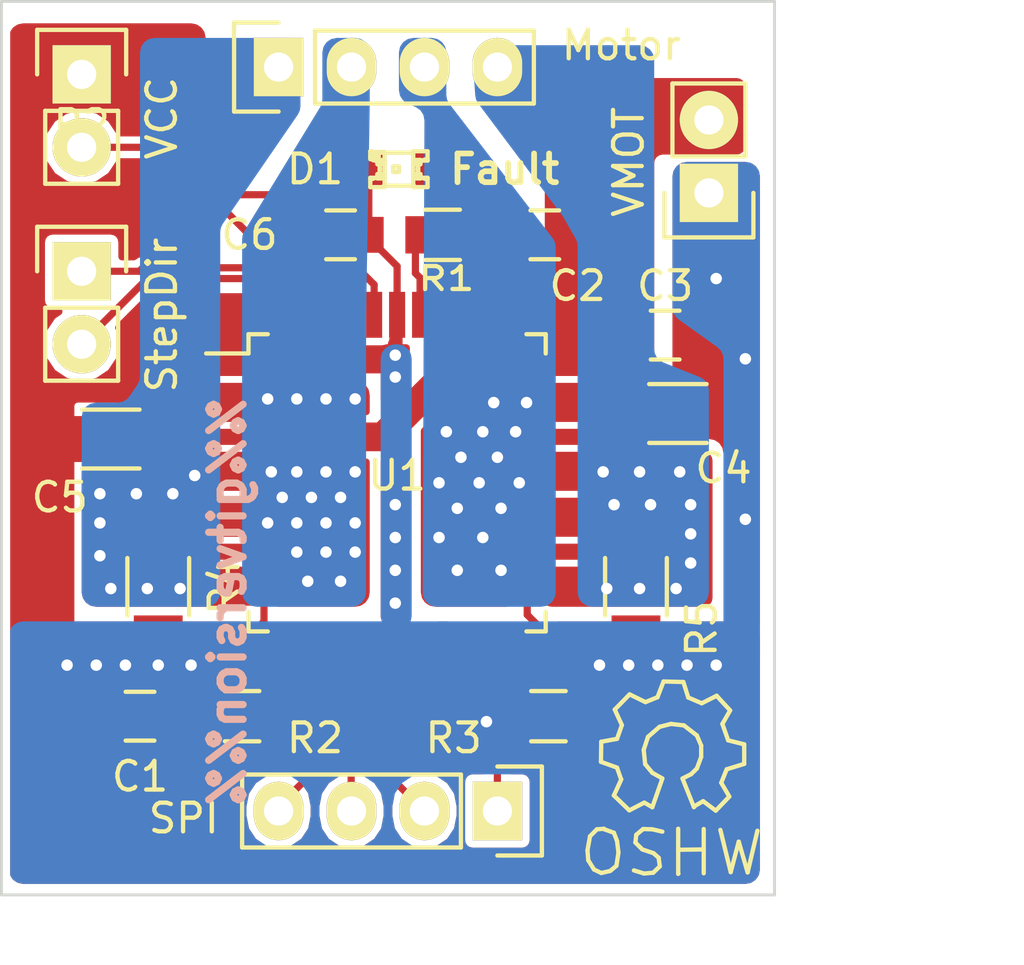
<source format=kicad_pcb>
(kicad_pcb (version 4) (host pcbnew "(2015-12-17 BZR 6382, Git 22fdfa6)-product")

  (general
    (links 56)
    (no_connects 0)
    (area 116.027999 33.98 151.791215 71.21682)
    (thickness 1.6)
    (drawings 6)
    (tracks 286)
    (zones 0)
    (modules 19)
    (nets 22)
  )

  (page A4)
  (layers
    (0 F.Cu signal)
    (31 B.Cu signal)
    (32 B.Adhes user)
    (33 F.Adhes user)
    (34 B.Paste user)
    (35 F.Paste user)
    (36 B.SilkS user)
    (37 F.SilkS user)
    (38 B.Mask user)
    (39 F.Mask user)
    (40 Dwgs.User user)
    (41 Cmts.User user)
    (42 Eco1.User user)
    (43 Eco2.User user)
    (44 Edge.Cuts user)
    (45 Margin user)
    (46 B.CrtYd user)
    (47 F.CrtYd user)
    (48 B.Fab user)
    (49 F.Fab user)
  )

  (setup
    (last_trace_width 0.25)
    (trace_clearance 0.127)
    (zone_clearance 0.254)
    (zone_45_only no)
    (trace_min 0.2)
    (segment_width 0.2)
    (edge_width 0.1)
    (via_size 0.6)
    (via_drill 0.4)
    (via_min_size 0.4)
    (via_min_drill 0.3)
    (uvia_size 0.3)
    (uvia_drill 0.1)
    (uvias_allowed no)
    (uvia_min_size 0)
    (uvia_min_drill 0)
    (pcb_text_width 0.3)
    (pcb_text_size 1.5 1.5)
    (mod_edge_width 0.15)
    (mod_text_size 1 1)
    (mod_text_width 0.15)
    (pad_size 1.5 1.5)
    (pad_drill 0.6)
    (pad_to_mask_clearance 0)
    (aux_axis_origin 0 0)
    (visible_elements FFFFFF7F)
    (pcbplotparams
      (layerselection 0x00030_80000001)
      (usegerberextensions false)
      (excludeedgelayer true)
      (linewidth 0.100000)
      (plotframeref false)
      (viasonmask false)
      (mode 1)
      (useauxorigin false)
      (hpglpennumber 1)
      (hpglpenspeed 20)
      (hpglpendiameter 15)
      (hpglpenoverlay 2)
      (psnegative false)
      (psa4output false)
      (plotreference true)
      (plotvalue true)
      (plotinvisibletext false)
      (padsonsilk false)
      (subtractmaskfromsilk false)
      (outputformat 1)
      (mirror false)
      (drillshape 1)
      (scaleselection 1)
      (outputdirectory ""))
  )

  (net 0 "")
  (net 1 "Net-(R1-Pad1)")
  (net 2 "Net-(D1-Pad2)")
  (net 3 "Net-(R2-Pad1)")
  (net 4 "Net-(R2-Pad2)")
  (net 5 "Net-(R3-Pad1)")
  (net 6 "Net-(R3-Pad2)")
  (net 7 GND)
  (net 8 "Net-(C1-Pad1)")
  (net 9 VMot)
  (net 10 "Net-(C2-Pad2)")
  (net 11 "Net-(P1-Pad1)")
  (net 12 "Net-(P1-Pad2)")
  (net 13 "Net-(P1-Pad3)")
  (net 14 "Net-(P1-Pad4)")
  (net 15 "Net-(P2-Pad1)")
  (net 16 "Net-(P2-Pad2)")
  (net 17 1A1)
  (net 18 1A2)
  (net 19 1B1)
  (net 20 1B2)
  (net 21 "Net-(C6-Pad1)")

  (net_class Default "This is the default net class."
    (clearance 0.127)
    (trace_width 0.25)
    (via_dia 0.6)
    (via_drill 0.4)
    (uvia_dia 0.3)
    (uvia_drill 0.1)
    (add_net 1A1)
    (add_net 1A2)
    (add_net 1B1)
    (add_net 1B2)
    (add_net GND)
    (add_net "Net-(C1-Pad1)")
    (add_net "Net-(C2-Pad2)")
    (add_net "Net-(C6-Pad1)")
    (add_net "Net-(D1-Pad2)")
    (add_net "Net-(P1-Pad1)")
    (add_net "Net-(P1-Pad2)")
    (add_net "Net-(P1-Pad3)")
    (add_net "Net-(P1-Pad4)")
    (add_net "Net-(P2-Pad1)")
    (add_net "Net-(P2-Pad2)")
    (add_net "Net-(R1-Pad1)")
    (add_net "Net-(R2-Pad1)")
    (add_net "Net-(R2-Pad2)")
    (add_net "Net-(R3-Pad1)")
    (add_net "Net-(R3-Pad2)")
    (add_net VMot)
  )

  (module Housings_QFP:LQFP-44_10x10mm_Pitch0.8mm (layer F.Cu) (tedit 54130A77) (tstamp 5672E9FF)
    (at 129.8575 54.356)
    (descr "LQFP44 (see Appnote_PCB_Guidelines_TRINAMIC_packages.pdf)")
    (tags "QFP 0.8")
    (path /5576B0C2)
    (attr smd)
    (fp_text reference U1 (at 0 -0.254) (layer F.SilkS)
      (effects (font (size 1 1) (thickness 0.15)))
    )
    (fp_text value TMC2660 (at 0 7.65) (layer F.Fab)
      (effects (font (size 1 1) (thickness 0.15)))
    )
    (fp_line (start -6.9 -6.9) (end -6.9 6.9) (layer F.CrtYd) (width 0.05))
    (fp_line (start 6.9 -6.9) (end 6.9 6.9) (layer F.CrtYd) (width 0.05))
    (fp_line (start -6.9 -6.9) (end 6.9 -6.9) (layer F.CrtYd) (width 0.05))
    (fp_line (start -6.9 6.9) (end 6.9 6.9) (layer F.CrtYd) (width 0.05))
    (fp_line (start -5.175 -5.175) (end -5.175 -4.505) (layer F.SilkS) (width 0.15))
    (fp_line (start 5.175 -5.175) (end 5.175 -4.505) (layer F.SilkS) (width 0.15))
    (fp_line (start 5.175 5.175) (end 5.175 4.505) (layer F.SilkS) (width 0.15))
    (fp_line (start -5.175 5.175) (end -5.175 4.505) (layer F.SilkS) (width 0.15))
    (fp_line (start -5.175 -5.175) (end -4.505 -5.175) (layer F.SilkS) (width 0.15))
    (fp_line (start -5.175 5.175) (end -4.505 5.175) (layer F.SilkS) (width 0.15))
    (fp_line (start 5.175 5.175) (end 4.505 5.175) (layer F.SilkS) (width 0.15))
    (fp_line (start 5.175 -5.175) (end 4.505 -5.175) (layer F.SilkS) (width 0.15))
    (fp_line (start -5.175 -4.505) (end -6.65 -4.505) (layer F.SilkS) (width 0.15))
    (pad 1 smd rect (at -5.85 -4) (size 1.6 0.56) (layers F.Cu F.Paste F.Mask)
      (net 7 GND))
    (pad 2 smd rect (at -5.85 -3.2) (size 1.6 0.56) (layers F.Cu F.Paste F.Mask)
      (net 17 1A1))
    (pad 3 smd rect (at -5.85 -2.4) (size 1.6 0.56) (layers F.Cu F.Paste F.Mask)
      (net 17 1A1))
    (pad 4 smd rect (at -5.85 -1.6) (size 1.6 0.56) (layers F.Cu F.Paste F.Mask)
      (net 9 VMot))
    (pad 5 smd rect (at -5.85 -0.8) (size 1.6 0.56) (layers F.Cu F.Paste F.Mask)
      (net 18 1A2))
    (pad 6 smd rect (at -5.85 0) (size 1.6 0.56) (layers F.Cu F.Paste F.Mask)
      (net 18 1A2))
    (pad 7 smd rect (at -5.85 0.8) (size 1.6 0.56) (layers F.Cu F.Paste F.Mask)
      (net 17 1A1))
    (pad 8 smd rect (at -5.85 1.6) (size 1.6 0.56) (layers F.Cu F.Paste F.Mask)
      (net 17 1A1))
    (pad 9 smd rect (at -5.85 2.4) (size 1.6 0.56) (layers F.Cu F.Paste F.Mask)
      (net 3 "Net-(R2-Pad1)"))
    (pad 10 smd rect (at -5.85 3.2) (size 1.6 0.56) (layers F.Cu F.Paste F.Mask)
      (net 18 1A2))
    (pad 11 smd rect (at -5.85 4) (size 1.6 0.56) (layers F.Cu F.Paste F.Mask)
      (net 18 1A2))
    (pad 12 smd rect (at -4 5.85 90) (size 1.6 0.56) (layers F.Cu F.Paste F.Mask)
      (net 4 "Net-(R2-Pad2)"))
    (pad 13 smd rect (at -3.2 5.85 90) (size 1.6 0.56) (layers F.Cu F.Paste F.Mask)
      (net 8 "Net-(C1-Pad1)"))
    (pad 14 smd rect (at -2.4 5.85 90) (size 1.6 0.56) (layers F.Cu F.Paste F.Mask)
      (net 14 "Net-(P1-Pad4)"))
    (pad 15 smd rect (at -1.6 5.85 90) (size 1.6 0.56) (layers F.Cu F.Paste F.Mask)
      (net 13 "Net-(P1-Pad3)"))
    (pad 16 smd rect (at -0.8 5.85 90) (size 1.6 0.56) (layers F.Cu F.Paste F.Mask)
      (net 12 "Net-(P1-Pad2)"))
    (pad 17 smd rect (at 0 5.85 90) (size 1.6 0.56) (layers F.Cu F.Paste F.Mask)
      (net 7 GND))
    (pad 18 smd rect (at 0.8 5.85 90) (size 1.6 0.56) (layers F.Cu F.Paste F.Mask)
      (net 11 "Net-(P1-Pad1)"))
    (pad 19 smd rect (at 1.6 5.85 90) (size 1.6 0.56) (layers F.Cu F.Paste F.Mask)
      (net 7 GND))
    (pad 20 smd rect (at 2.4 5.85 90) (size 1.6 0.56) (layers F.Cu F.Paste F.Mask))
    (pad 21 smd rect (at 3.2 5.85 90) (size 1.6 0.56) (layers F.Cu F.Paste F.Mask))
    (pad 22 smd rect (at 4 5.85 90) (size 1.6 0.56) (layers F.Cu F.Paste F.Mask)
      (net 6 "Net-(R3-Pad2)"))
    (pad 23 smd rect (at 5.85 4) (size 1.6 0.56) (layers F.Cu F.Paste F.Mask)
      (net 20 1B2))
    (pad 24 smd rect (at 5.85 3.2) (size 1.6 0.56) (layers F.Cu F.Paste F.Mask)
      (net 20 1B2))
    (pad 25 smd rect (at 5.85 2.4) (size 1.6 0.56) (layers F.Cu F.Paste F.Mask)
      (net 5 "Net-(R3-Pad1)"))
    (pad 26 smd rect (at 5.85 1.6) (size 1.6 0.56) (layers F.Cu F.Paste F.Mask)
      (net 19 1B1))
    (pad 27 smd rect (at 5.85 0.8) (size 1.6 0.56) (layers F.Cu F.Paste F.Mask)
      (net 19 1B1))
    (pad 28 smd rect (at 5.85 0) (size 1.6 0.56) (layers F.Cu F.Paste F.Mask)
      (net 20 1B2))
    (pad 29 smd rect (at 5.85 -0.8) (size 1.6 0.56) (layers F.Cu F.Paste F.Mask)
      (net 20 1B2))
    (pad 30 smd rect (at 5.85 -1.6) (size 1.6 0.56) (layers F.Cu F.Paste F.Mask)
      (net 9 VMot))
    (pad 31 smd rect (at 5.85 -2.4) (size 1.6 0.56) (layers F.Cu F.Paste F.Mask)
      (net 19 1B1))
    (pad 32 smd rect (at 5.85 -3.2) (size 1.6 0.56) (layers F.Cu F.Paste F.Mask)
      (net 19 1B1))
    (pad 33 smd rect (at 5.85 -4) (size 1.6 0.56) (layers F.Cu F.Paste F.Mask)
      (net 9 VMot))
    (pad 34 smd rect (at 4 -5.85 90) (size 1.6 0.56) (layers F.Cu F.Paste F.Mask))
    (pad 35 smd rect (at 3.2 -5.85 90) (size 1.6 0.56) (layers F.Cu F.Paste F.Mask)
      (net 10 "Net-(C2-Pad2)"))
    (pad 36 smd rect (at 2.4 -5.85 90) (size 1.6 0.56) (layers F.Cu F.Paste F.Mask)
      (net 9 VMot))
    (pad 37 smd rect (at 1.6 -5.85 90) (size 1.6 0.56) (layers F.Cu F.Paste F.Mask))
    (pad 38 smd rect (at 0.8 -5.85 90) (size 1.6 0.56) (layers F.Cu F.Paste F.Mask)
      (net 1 "Net-(R1-Pad1)"))
    (pad 39 smd rect (at 0 -5.85 90) (size 1.6 0.56) (layers F.Cu F.Paste F.Mask)
      (net 7 GND))
    (pad 40 smd rect (at -0.8 -5.85 90) (size 1.6 0.56) (layers F.Cu F.Paste F.Mask)
      (net 21 "Net-(C6-Pad1)"))
    (pad 41 smd rect (at -1.6 -5.85 90) (size 1.6 0.56) (layers F.Cu F.Paste F.Mask)
      (net 15 "Net-(P2-Pad1)"))
    (pad 42 smd rect (at -2.4 -5.85 90) (size 1.6 0.56) (layers F.Cu F.Paste F.Mask)
      (net 16 "Net-(P2-Pad2)"))
    (pad 43 smd rect (at -3.2 -5.85 90) (size 1.6 0.56) (layers F.Cu F.Paste F.Mask))
    (pad 44 smd rect (at -4 -5.85 90) (size 1.6 0.56) (layers F.Cu F.Paste F.Mask)
      (net 7 GND))
    (model Housings_QFP.3dshapes/LQFP-44_10x10mm_Pitch0.8mm.wrl
      (at (xyz 0 0 0))
      (scale (xyz 1 1 1))
      (rotate (xyz 0 0 0))
    )
  )

  (module Resistors_SMD:R_0805 (layer F.Cu) (tedit 5673C5EE) (tstamp 5576CA3E)
    (at 131.445 45.72)
    (descr "Resistor SMD 0805, reflow soldering, Vishay (see dcrcw.pdf)")
    (tags "resistor 0805")
    (path /55769BED)
    (attr smd)
    (fp_text reference R1 (at 0.127 1.524) (layer F.SilkS)
      (effects (font (size 0.8 1) (thickness 0.15)))
    )
    (fp_text value R (at 0.635 5.588) (layer F.Fab)
      (effects (font (size 1 1) (thickness 0.15)))
    )
    (fp_line (start -1.6 -1) (end 1.6 -1) (layer F.CrtYd) (width 0.05))
    (fp_line (start -1.6 1) (end 1.6 1) (layer F.CrtYd) (width 0.05))
    (fp_line (start -1.6 -1) (end -1.6 1) (layer F.CrtYd) (width 0.05))
    (fp_line (start 1.6 -1) (end 1.6 1) (layer F.CrtYd) (width 0.05))
    (fp_line (start 0.6 0.875) (end -0.6 0.875) (layer F.SilkS) (width 0.15))
    (fp_line (start -0.6 -0.875) (end 0.6 -0.875) (layer F.SilkS) (width 0.15))
    (pad 1 smd rect (at -0.95 0) (size 0.7 1.3) (layers F.Cu F.Paste F.Mask)
      (net 1 "Net-(R1-Pad1)"))
    (pad 2 smd rect (at 0.95 0) (size 0.7 1.3) (layers F.Cu F.Paste F.Mask)
      (net 2 "Net-(D1-Pad2)"))
    (model Resistors_SMD.3dshapes/R_0805.wrl
      (at (xyz 0 0 0))
      (scale (xyz 1 1 1))
      (rotate (xyz 0 0 0))
    )
  )

  (module Resistors_SMD:R_0805 (layer F.Cu) (tedit 5415CDEB) (tstamp 5576CA56)
    (at 135.128 62.484 180)
    (descr "Resistor SMD 0805, reflow soldering, Vishay (see dcrcw.pdf)")
    (tags "resistor 0805")
    (path /55768AD7)
    (attr smd)
    (fp_text reference R3 (at 3.302 -0.762 180) (layer F.SilkS)
      (effects (font (size 1 1) (thickness 0.15)))
    )
    (fp_text value 10k (at 0 2.1 180) (layer F.Fab)
      (effects (font (size 1 1) (thickness 0.15)))
    )
    (fp_line (start -1.6 -1) (end 1.6 -1) (layer F.CrtYd) (width 0.05))
    (fp_line (start -1.6 1) (end 1.6 1) (layer F.CrtYd) (width 0.05))
    (fp_line (start -1.6 -1) (end -1.6 1) (layer F.CrtYd) (width 0.05))
    (fp_line (start 1.6 -1) (end 1.6 1) (layer F.CrtYd) (width 0.05))
    (fp_line (start 0.6 0.875) (end -0.6 0.875) (layer F.SilkS) (width 0.15))
    (fp_line (start -0.6 -0.875) (end 0.6 -0.875) (layer F.SilkS) (width 0.15))
    (pad 1 smd rect (at -0.95 0 180) (size 0.7 1.3) (layers F.Cu F.Paste F.Mask)
      (net 5 "Net-(R3-Pad1)"))
    (pad 2 smd rect (at 0.95 0 180) (size 0.7 1.3) (layers F.Cu F.Paste F.Mask)
      (net 6 "Net-(R3-Pad2)"))
    (model Resistors_SMD.3dshapes/R_0805.wrl
      (at (xyz 0 0 0))
      (scale (xyz 1 1 1))
      (rotate (xyz 0 0 0))
    )
  )

  (module Resistors_SMD:R_1206 (layer F.Cu) (tedit 5415CFA7) (tstamp 5576CA6E)
    (at 138.176 57.9755 270)
    (descr "Resistor SMD 1206, reflow soldering, Vishay (see dcrcw.pdf)")
    (tags "resistor 1206")
    (path /55768ADD)
    (attr smd)
    (fp_text reference R5 (at 1.4605 -2.286 270) (layer F.SilkS)
      (effects (font (size 1 1) (thickness 0.15)))
    )
    (fp_text value 0.075 (at 0 2.3 270) (layer F.Fab)
      (effects (font (size 1 1) (thickness 0.15)))
    )
    (fp_line (start -2.2 -1.2) (end 2.2 -1.2) (layer F.CrtYd) (width 0.05))
    (fp_line (start -2.2 1.2) (end 2.2 1.2) (layer F.CrtYd) (width 0.05))
    (fp_line (start -2.2 -1.2) (end -2.2 1.2) (layer F.CrtYd) (width 0.05))
    (fp_line (start 2.2 -1.2) (end 2.2 1.2) (layer F.CrtYd) (width 0.05))
    (fp_line (start 1 1.075) (end -1 1.075) (layer F.SilkS) (width 0.15))
    (fp_line (start -1 -1.075) (end 1 -1.075) (layer F.SilkS) (width 0.15))
    (pad 1 smd rect (at -1.45 0 270) (size 0.9 1.7) (layers F.Cu F.Paste F.Mask)
      (net 5 "Net-(R3-Pad1)"))
    (pad 2 smd rect (at 1.45 0 270) (size 0.9 1.7) (layers F.Cu F.Paste F.Mask)
      (net 7 GND))
    (model Resistors_SMD.3dshapes/R_1206.wrl
      (at (xyz 0 0 0))
      (scale (xyz 1 1 1))
      (rotate (xyz 0 0 0))
    )
  )

  (module Capacitors_SMD:C_0805 (layer F.Cu) (tedit 5415D6EA) (tstamp 5576CAFD)
    (at 120.904 62.484 180)
    (descr "Capacitor SMD 0805, reflow soldering, AVX (see smccp.pdf)")
    (tags "capacitor 0805")
    (path /55769F99)
    (attr smd)
    (fp_text reference C1 (at 0 -2.1 180) (layer F.SilkS)
      (effects (font (size 1 1) (thickness 0.15)))
    )
    (fp_text value 470n (at 0 2.1 180) (layer F.Fab)
      (effects (font (size 1 1) (thickness 0.15)))
    )
    (fp_line (start -1.8 -1) (end 1.8 -1) (layer F.CrtYd) (width 0.05))
    (fp_line (start -1.8 1) (end 1.8 1) (layer F.CrtYd) (width 0.05))
    (fp_line (start -1.8 -1) (end -1.8 1) (layer F.CrtYd) (width 0.05))
    (fp_line (start 1.8 -1) (end 1.8 1) (layer F.CrtYd) (width 0.05))
    (fp_line (start 0.5 -0.85) (end -0.5 -0.85) (layer F.SilkS) (width 0.15))
    (fp_line (start -0.5 0.85) (end 0.5 0.85) (layer F.SilkS) (width 0.15))
    (pad 1 smd rect (at -1 0 180) (size 1 1.25) (layers F.Cu F.Paste F.Mask)
      (net 8 "Net-(C1-Pad1)"))
    (pad 2 smd rect (at 1 0 180) (size 1 1.25) (layers F.Cu F.Paste F.Mask)
      (net 7 GND))
    (model Capacitors_SMD.3dshapes/C_0805.wrl
      (at (xyz 0 0 0))
      (scale (xyz 1 1 1))
      (rotate (xyz 0 0 0))
    )
  )

  (module Capacitors_SMD:C_0805 (layer F.Cu) (tedit 5415D6EA) (tstamp 5576CB03)
    (at 135.001 45.72 180)
    (descr "Capacitor SMD 0805, reflow soldering, AVX (see smccp.pdf)")
    (tags "capacitor 0805")
    (path /55767A9A)
    (attr smd)
    (fp_text reference C2 (at -1.143 -1.778 360) (layer F.SilkS)
      (effects (font (size 1 1) (thickness 0.15)))
    )
    (fp_text value 100n (at -0.127 -1.778 180) (layer F.Fab)
      (effects (font (size 1 1) (thickness 0.15)))
    )
    (fp_line (start -1.8 -1) (end 1.8 -1) (layer F.CrtYd) (width 0.05))
    (fp_line (start -1.8 1) (end 1.8 1) (layer F.CrtYd) (width 0.05))
    (fp_line (start -1.8 -1) (end -1.8 1) (layer F.CrtYd) (width 0.05))
    (fp_line (start 1.8 -1) (end 1.8 1) (layer F.CrtYd) (width 0.05))
    (fp_line (start 0.5 -0.85) (end -0.5 -0.85) (layer F.SilkS) (width 0.15))
    (fp_line (start -0.5 0.85) (end 0.5 0.85) (layer F.SilkS) (width 0.15))
    (pad 1 smd rect (at -1 0 180) (size 1 1.25) (layers F.Cu F.Paste F.Mask)
      (net 9 VMot))
    (pad 2 smd rect (at 1 0 180) (size 1 1.25) (layers F.Cu F.Paste F.Mask)
      (net 10 "Net-(C2-Pad2)"))
    (model Capacitors_SMD.3dshapes/C_0805.wrl
      (at (xyz 0 0 0))
      (scale (xyz 1 1 1))
      (rotate (xyz 0 0 0))
    )
  )

  (module Capacitors_SMD:C_0805 (layer F.Cu) (tedit 5415D6EA) (tstamp 5576CB09)
    (at 139.192 49.2125)
    (descr "Capacitor SMD 0805, reflow soldering, AVX (see smccp.pdf)")
    (tags "capacitor 0805")
    (path /55767EB4)
    (attr smd)
    (fp_text reference C3 (at 0 -1.7145) (layer F.SilkS)
      (effects (font (size 1 1) (thickness 0.15)))
    )
    (fp_text value 100n (at 2.794 -0.4445 90) (layer F.Fab)
      (effects (font (size 1 1) (thickness 0.15)))
    )
    (fp_line (start -1.8 -1) (end 1.8 -1) (layer F.CrtYd) (width 0.05))
    (fp_line (start -1.8 1) (end 1.8 1) (layer F.CrtYd) (width 0.05))
    (fp_line (start -1.8 -1) (end -1.8 1) (layer F.CrtYd) (width 0.05))
    (fp_line (start 1.8 -1) (end 1.8 1) (layer F.CrtYd) (width 0.05))
    (fp_line (start 0.5 -0.85) (end -0.5 -0.85) (layer F.SilkS) (width 0.15))
    (fp_line (start -0.5 0.85) (end 0.5 0.85) (layer F.SilkS) (width 0.15))
    (pad 1 smd rect (at -1 0) (size 1 1.25) (layers F.Cu F.Paste F.Mask)
      (net 9 VMot))
    (pad 2 smd rect (at 1 0) (size 1 1.25) (layers F.Cu F.Paste F.Mask)
      (net 7 GND))
    (model Capacitors_SMD.3dshapes/C_0805.wrl
      (at (xyz 0 0 0))
      (scale (xyz 1 1 1))
      (rotate (xyz 0 0 0))
    )
  )

  (module Capacitors_SMD:C_1206 (layer F.Cu) (tedit 5415D7BD) (tstamp 5576CB0F)
    (at 139.6365 51.943)
    (descr "Capacitor SMD 1206, reflow soldering, AVX (see smccp.pdf)")
    (tags "capacitor 1206")
    (path /55767937)
    (attr smd)
    (fp_text reference C4 (at 1.5875 1.905) (layer F.SilkS)
      (effects (font (size 1 1) (thickness 0.15)))
    )
    (fp_text value 10u (at -0.9525 1.905) (layer F.Fab)
      (effects (font (size 1 1) (thickness 0.15)))
    )
    (fp_line (start -2.3 -1.15) (end 2.3 -1.15) (layer F.CrtYd) (width 0.05))
    (fp_line (start -2.3 1.15) (end 2.3 1.15) (layer F.CrtYd) (width 0.05))
    (fp_line (start -2.3 -1.15) (end -2.3 1.15) (layer F.CrtYd) (width 0.05))
    (fp_line (start 2.3 -1.15) (end 2.3 1.15) (layer F.CrtYd) (width 0.05))
    (fp_line (start 1 -1.025) (end -1 -1.025) (layer F.SilkS) (width 0.15))
    (fp_line (start -1 1.025) (end 1 1.025) (layer F.SilkS) (width 0.15))
    (pad 1 smd rect (at -1.5 0) (size 1 1.6) (layers F.Cu F.Paste F.Mask)
      (net 9 VMot))
    (pad 2 smd rect (at 1.5 0) (size 1 1.6) (layers F.Cu F.Paste F.Mask)
      (net 7 GND))
    (model Capacitors_SMD.3dshapes/C_1206.wrl
      (at (xyz 0 0 0))
      (scale (xyz 1 1 1))
      (rotate (xyz 0 0 0))
    )
  )

  (module Capacitors_SMD:C_1206 (layer F.Cu) (tedit 5415D7BD) (tstamp 5576CB15)
    (at 119.888 52.832 180)
    (descr "Capacitor SMD 1206, reflow soldering, AVX (see smccp.pdf)")
    (tags "capacitor 1206")
    (path /557679AB)
    (attr smd)
    (fp_text reference C5 (at 1.778 -2.032 180) (layer F.SilkS)
      (effects (font (size 1 1) (thickness 0.15)))
    )
    (fp_text value 10u (at -1.016 -2.032 180) (layer F.Fab)
      (effects (font (size 1 1) (thickness 0.15)))
    )
    (fp_line (start -2.3 -1.15) (end 2.3 -1.15) (layer F.CrtYd) (width 0.05))
    (fp_line (start -2.3 1.15) (end 2.3 1.15) (layer F.CrtYd) (width 0.05))
    (fp_line (start -2.3 -1.15) (end -2.3 1.15) (layer F.CrtYd) (width 0.05))
    (fp_line (start 2.3 -1.15) (end 2.3 1.15) (layer F.CrtYd) (width 0.05))
    (fp_line (start 1 -1.025) (end -1 -1.025) (layer F.SilkS) (width 0.15))
    (fp_line (start -1 1.025) (end 1 1.025) (layer F.SilkS) (width 0.15))
    (pad 1 smd rect (at -1.5 0 180) (size 1 1.6) (layers F.Cu F.Paste F.Mask)
      (net 9 VMot))
    (pad 2 smd rect (at 1.5 0 180) (size 1 1.6) (layers F.Cu F.Paste F.Mask)
      (net 7 GND))
    (model Capacitors_SMD.3dshapes/C_1206.wrl
      (at (xyz 0 0 0))
      (scale (xyz 1 1 1))
      (rotate (xyz 0 0 0))
    )
  )

  (module LEDs:LED-0805 (layer F.Cu) (tedit 5538B1C2) (tstamp 5576CB1B)
    (at 129.921 43.434)
    (descr "LED 0805 smd package")
    (tags "LED 0805 SMD")
    (path /55769B2D)
    (attr smd)
    (fp_text reference D1 (at -2.921 0) (layer F.SilkS)
      (effects (font (size 1 1) (thickness 0.15)))
    )
    (fp_text value LED (at 0 -1.016) (layer F.Fab)
      (effects (font (size 1 1) (thickness 0.15)))
    )
    (fp_line (start -0.49784 0.29972) (end -0.49784 0.62484) (layer F.SilkS) (width 0.15))
    (fp_line (start -0.49784 0.62484) (end -0.99822 0.62484) (layer F.SilkS) (width 0.15))
    (fp_line (start -0.99822 0.29972) (end -0.99822 0.62484) (layer F.SilkS) (width 0.15))
    (fp_line (start -0.49784 0.29972) (end -0.99822 0.29972) (layer F.SilkS) (width 0.15))
    (fp_line (start -0.49784 -0.32258) (end -0.49784 -0.17272) (layer F.SilkS) (width 0.15))
    (fp_line (start -0.49784 -0.17272) (end -0.7493 -0.17272) (layer F.SilkS) (width 0.15))
    (fp_line (start -0.7493 -0.32258) (end -0.7493 -0.17272) (layer F.SilkS) (width 0.15))
    (fp_line (start -0.49784 -0.32258) (end -0.7493 -0.32258) (layer F.SilkS) (width 0.15))
    (fp_line (start -0.49784 0.17272) (end -0.49784 0.32258) (layer F.SilkS) (width 0.15))
    (fp_line (start -0.49784 0.32258) (end -0.7493 0.32258) (layer F.SilkS) (width 0.15))
    (fp_line (start -0.7493 0.17272) (end -0.7493 0.32258) (layer F.SilkS) (width 0.15))
    (fp_line (start -0.49784 0.17272) (end -0.7493 0.17272) (layer F.SilkS) (width 0.15))
    (fp_line (start -0.49784 -0.19812) (end -0.49784 0.19812) (layer F.SilkS) (width 0.15))
    (fp_line (start -0.49784 0.19812) (end -0.6731 0.19812) (layer F.SilkS) (width 0.15))
    (fp_line (start -0.6731 -0.19812) (end -0.6731 0.19812) (layer F.SilkS) (width 0.15))
    (fp_line (start -0.49784 -0.19812) (end -0.6731 -0.19812) (layer F.SilkS) (width 0.15))
    (fp_line (start 0.99822 0.29972) (end 0.99822 0.62484) (layer F.SilkS) (width 0.15))
    (fp_line (start 0.99822 0.62484) (end 0.49784 0.62484) (layer F.SilkS) (width 0.15))
    (fp_line (start 0.49784 0.29972) (end 0.49784 0.62484) (layer F.SilkS) (width 0.15))
    (fp_line (start 0.99822 0.29972) (end 0.49784 0.29972) (layer F.SilkS) (width 0.15))
    (fp_line (start 0.99822 -0.62484) (end 0.99822 -0.29972) (layer F.SilkS) (width 0.15))
    (fp_line (start 0.99822 -0.29972) (end 0.49784 -0.29972) (layer F.SilkS) (width 0.15))
    (fp_line (start 0.49784 -0.62484) (end 0.49784 -0.29972) (layer F.SilkS) (width 0.15))
    (fp_line (start 0.99822 -0.62484) (end 0.49784 -0.62484) (layer F.SilkS) (width 0.15))
    (fp_line (start 0.7493 0.17272) (end 0.7493 0.32258) (layer F.SilkS) (width 0.15))
    (fp_line (start 0.7493 0.32258) (end 0.49784 0.32258) (layer F.SilkS) (width 0.15))
    (fp_line (start 0.49784 0.17272) (end 0.49784 0.32258) (layer F.SilkS) (width 0.15))
    (fp_line (start 0.7493 0.17272) (end 0.49784 0.17272) (layer F.SilkS) (width 0.15))
    (fp_line (start 0.7493 -0.32258) (end 0.7493 -0.17272) (layer F.SilkS) (width 0.15))
    (fp_line (start 0.7493 -0.17272) (end 0.49784 -0.17272) (layer F.SilkS) (width 0.15))
    (fp_line (start 0.49784 -0.32258) (end 0.49784 -0.17272) (layer F.SilkS) (width 0.15))
    (fp_line (start 0.7493 -0.32258) (end 0.49784 -0.32258) (layer F.SilkS) (width 0.15))
    (fp_line (start 0.6731 -0.19812) (end 0.6731 0.19812) (layer F.SilkS) (width 0.15))
    (fp_line (start 0.6731 0.19812) (end 0.49784 0.19812) (layer F.SilkS) (width 0.15))
    (fp_line (start 0.49784 -0.19812) (end 0.49784 0.19812) (layer F.SilkS) (width 0.15))
    (fp_line (start 0.6731 -0.19812) (end 0.49784 -0.19812) (layer F.SilkS) (width 0.15))
    (fp_line (start 0 -0.09906) (end 0 0.09906) (layer F.SilkS) (width 0.15))
    (fp_line (start 0 0.09906) (end -0.19812 0.09906) (layer F.SilkS) (width 0.15))
    (fp_line (start -0.19812 -0.09906) (end -0.19812 0.09906) (layer F.SilkS) (width 0.15))
    (fp_line (start 0 -0.09906) (end -0.19812 -0.09906) (layer F.SilkS) (width 0.15))
    (fp_line (start -0.49784 -0.59944) (end -0.49784 -0.29972) (layer F.SilkS) (width 0.15))
    (fp_line (start -0.49784 -0.29972) (end -0.79756 -0.29972) (layer F.SilkS) (width 0.15))
    (fp_line (start -0.79756 -0.59944) (end -0.79756 -0.29972) (layer F.SilkS) (width 0.15))
    (fp_line (start -0.49784 -0.59944) (end -0.79756 -0.59944) (layer F.SilkS) (width 0.15))
    (fp_line (start -0.92456 -0.62484) (end -0.92456 -0.39878) (layer F.SilkS) (width 0.15))
    (fp_line (start -0.92456 -0.39878) (end -0.99822 -0.39878) (layer F.SilkS) (width 0.15))
    (fp_line (start -0.99822 -0.62484) (end -0.99822 -0.39878) (layer F.SilkS) (width 0.15))
    (fp_line (start -0.92456 -0.62484) (end -0.99822 -0.62484) (layer F.SilkS) (width 0.15))
    (fp_line (start -0.52324 0.57404) (end 0.52324 0.57404) (layer F.SilkS) (width 0.15))
    (fp_line (start 0.49784 -0.57404) (end -0.92456 -0.57404) (layer F.SilkS) (width 0.15))
    (fp_circle (center -0.84836 -0.44958) (end -0.89916 -0.50038) (layer F.SilkS) (width 0.15))
    (fp_arc (start -0.99822 0) (end -0.99822 0.34798) (angle -180) (layer F.SilkS) (width 0.15))
    (fp_arc (start 0.99822 0) (end 0.99822 -0.34798) (angle -180) (layer F.SilkS) (width 0.15))
    (pad 2 smd rect (at 1.04902 0 180) (size 1.19888 1.19888) (layers F.Cu F.Paste F.Mask)
      (net 2 "Net-(D1-Pad2)"))
    (pad 1 smd rect (at -1.04902 0 180) (size 1.19888 1.19888) (layers F.Cu F.Paste F.Mask)
      (net 7 GND))
  )

  (module Pin_Headers:Pin_Header_Straight_1x04 (layer F.Cu) (tedit 5673C414) (tstamp 5576CB23)
    (at 133.35 65.786 270)
    (descr "Through hole pin header")
    (tags "pin header")
    (path /55769CBF)
    (fp_text reference P1 (at 0 -5.1 270) (layer F.SilkS) hide
      (effects (font (size 1 1) (thickness 0.15)))
    )
    (fp_text value SPI (at 0.254 10.922 360) (layer F.SilkS)
      (effects (font (size 1 1) (thickness 0.15)))
    )
    (fp_line (start -1.75 -1.75) (end -1.75 9.4) (layer F.CrtYd) (width 0.05))
    (fp_line (start 1.75 -1.75) (end 1.75 9.4) (layer F.CrtYd) (width 0.05))
    (fp_line (start -1.75 -1.75) (end 1.75 -1.75) (layer F.CrtYd) (width 0.05))
    (fp_line (start -1.75 9.4) (end 1.75 9.4) (layer F.CrtYd) (width 0.05))
    (fp_line (start -1.27 1.27) (end -1.27 8.89) (layer F.SilkS) (width 0.15))
    (fp_line (start 1.27 1.27) (end 1.27 8.89) (layer F.SilkS) (width 0.15))
    (fp_line (start 1.55 -1.55) (end 1.55 0) (layer F.SilkS) (width 0.15))
    (fp_line (start -1.27 8.89) (end 1.27 8.89) (layer F.SilkS) (width 0.15))
    (fp_line (start 1.27 1.27) (end -1.27 1.27) (layer F.SilkS) (width 0.15))
    (fp_line (start -1.55 0) (end -1.55 -1.55) (layer F.SilkS) (width 0.15))
    (fp_line (start -1.55 -1.55) (end 1.55 -1.55) (layer F.SilkS) (width 0.15))
    (pad 1 thru_hole rect (at 0 0 270) (size 2.032 1.7272) (drill 1.016) (layers *.Cu *.Mask F.SilkS)
      (net 11 "Net-(P1-Pad1)"))
    (pad 2 thru_hole oval (at 0 2.54 270) (size 2.032 1.7272) (drill 1.016) (layers *.Cu *.Mask F.SilkS)
      (net 12 "Net-(P1-Pad2)"))
    (pad 3 thru_hole oval (at 0 5.08 270) (size 2.032 1.7272) (drill 1.016) (layers *.Cu *.Mask F.SilkS)
      (net 13 "Net-(P1-Pad3)"))
    (pad 4 thru_hole oval (at 0 7.62 270) (size 2.032 1.7272) (drill 1.016) (layers *.Cu *.Mask F.SilkS)
      (net 14 "Net-(P1-Pad4)"))
    (model Pin_Headers.3dshapes/Pin_Header_Straight_1x04.wrl
      (at (xyz 0 -0.15 0))
      (scale (xyz 1 1 1))
      (rotate (xyz 0 0 90))
    )
  )

  (module Pin_Headers:Pin_Header_Straight_1x02 (layer F.Cu) (tedit 5673C3A4) (tstamp 5576CB29)
    (at 118.872 46.99)
    (descr "Through hole pin header")
    (tags "pin header")
    (path /55769E0E)
    (fp_text reference P2 (at 0 -5.1) (layer F.SilkS)
      (effects (font (size 1 1) (thickness 0.15)))
    )
    (fp_text value StepDir (at 2.794 1.524 90) (layer F.SilkS)
      (effects (font (size 1 1) (thickness 0.15)))
    )
    (fp_line (start 1.27 1.27) (end 1.27 3.81) (layer F.SilkS) (width 0.15))
    (fp_line (start 1.55 -1.55) (end 1.55 0) (layer F.SilkS) (width 0.15))
    (fp_line (start -1.75 -1.75) (end -1.75 4.3) (layer F.CrtYd) (width 0.05))
    (fp_line (start 1.75 -1.75) (end 1.75 4.3) (layer F.CrtYd) (width 0.05))
    (fp_line (start -1.75 -1.75) (end 1.75 -1.75) (layer F.CrtYd) (width 0.05))
    (fp_line (start -1.75 4.3) (end 1.75 4.3) (layer F.CrtYd) (width 0.05))
    (fp_line (start 1.27 1.27) (end -1.27 1.27) (layer F.SilkS) (width 0.15))
    (fp_line (start -1.55 0) (end -1.55 -1.55) (layer F.SilkS) (width 0.15))
    (fp_line (start -1.55 -1.55) (end 1.55 -1.55) (layer F.SilkS) (width 0.15))
    (fp_line (start -1.27 1.27) (end -1.27 3.81) (layer F.SilkS) (width 0.15))
    (fp_line (start -1.27 3.81) (end 1.27 3.81) (layer F.SilkS) (width 0.15))
    (pad 1 thru_hole rect (at 0 0) (size 2.032 2.032) (drill 1.016) (layers *.Cu *.Mask F.SilkS)
      (net 15 "Net-(P2-Pad1)"))
    (pad 2 thru_hole oval (at 0 2.54) (size 2.032 2.032) (drill 1.016) (layers *.Cu *.Mask F.SilkS)
      (net 16 "Net-(P2-Pad2)"))
    (model Pin_Headers.3dshapes/Pin_Header_Straight_1x02.wrl
      (at (xyz 0 -0.05 0))
      (scale (xyz 1 1 1))
      (rotate (xyz 0 0 90))
    )
  )

  (module Pin_Headers:Pin_Header_Straight_1x04 (layer F.Cu) (tedit 5673C60A) (tstamp 5576CB31)
    (at 125.73 39.878 90)
    (descr "Through hole pin header")
    (tags "pin header")
    (path /5576913F)
    (fp_text reference P3 (at -0.254 -2.286 90) (layer F.SilkS) hide
      (effects (font (size 1 1) (thickness 0.15)))
    )
    (fp_text value Motor (at 0.762 11.938 180) (layer F.SilkS)
      (effects (font (size 1 1) (thickness 0.15)))
    )
    (fp_line (start -1.75 -1.75) (end -1.75 9.4) (layer F.CrtYd) (width 0.05))
    (fp_line (start 1.75 -1.75) (end 1.75 9.4) (layer F.CrtYd) (width 0.05))
    (fp_line (start -1.75 -1.75) (end 1.75 -1.75) (layer F.CrtYd) (width 0.05))
    (fp_line (start -1.75 9.4) (end 1.75 9.4) (layer F.CrtYd) (width 0.05))
    (fp_line (start -1.27 1.27) (end -1.27 8.89) (layer F.SilkS) (width 0.15))
    (fp_line (start 1.27 1.27) (end 1.27 8.89) (layer F.SilkS) (width 0.15))
    (fp_line (start 1.55 -1.55) (end 1.55 0) (layer F.SilkS) (width 0.15))
    (fp_line (start -1.27 8.89) (end 1.27 8.89) (layer F.SilkS) (width 0.15))
    (fp_line (start 1.27 1.27) (end -1.27 1.27) (layer F.SilkS) (width 0.15))
    (fp_line (start -1.55 0) (end -1.55 -1.55) (layer F.SilkS) (width 0.15))
    (fp_line (start -1.55 -1.55) (end 1.55 -1.55) (layer F.SilkS) (width 0.15))
    (pad 1 thru_hole rect (at 0 0 90) (size 2.032 1.7272) (drill 1.016) (layers *.Cu *.Mask F.SilkS)
      (net 18 1A2))
    (pad 2 thru_hole oval (at 0 2.54 90) (size 2.032 1.7272) (drill 1.016) (layers *.Cu *.Mask F.SilkS)
      (net 17 1A1))
    (pad 3 thru_hole oval (at 0 5.08 90) (size 2.032 1.7272) (drill 1.016) (layers *.Cu *.Mask F.SilkS)
      (net 19 1B1))
    (pad 4 thru_hole oval (at 0 7.62 90) (size 2.032 1.7272) (drill 1.016) (layers *.Cu *.Mask F.SilkS)
      (net 20 1B2))
    (model Pin_Headers.3dshapes/Pin_Header_Straight_1x04.wrl
      (at (xyz 0 -0.15 0))
      (scale (xyz 1 1 1))
      (rotate (xyz 0 0 90))
    )
  )

  (module Resistors_SMD:R_0805 (layer F.Cu) (tedit 5415CDEB) (tstamp 5576CB32)
    (at 124.46 62.484)
    (descr "Resistor SMD 0805, reflow soldering, Vishay (see dcrcw.pdf)")
    (tags "resistor 0805")
    (path /557688AD)
    (attr smd)
    (fp_text reference R2 (at 2.54 0.762 180) (layer F.SilkS)
      (effects (font (size 1 1) (thickness 0.15)))
    )
    (fp_text value 10k (at 0 2.1) (layer F.Fab)
      (effects (font (size 1 1) (thickness 0.15)))
    )
    (fp_line (start -1.6 -1) (end 1.6 -1) (layer F.CrtYd) (width 0.05))
    (fp_line (start -1.6 1) (end 1.6 1) (layer F.CrtYd) (width 0.05))
    (fp_line (start -1.6 -1) (end -1.6 1) (layer F.CrtYd) (width 0.05))
    (fp_line (start 1.6 -1) (end 1.6 1) (layer F.CrtYd) (width 0.05))
    (fp_line (start 0.6 0.875) (end -0.6 0.875) (layer F.SilkS) (width 0.15))
    (fp_line (start -0.6 -0.875) (end 0.6 -0.875) (layer F.SilkS) (width 0.15))
    (pad 1 smd rect (at -0.95 0) (size 0.7 1.3) (layers F.Cu F.Paste F.Mask)
      (net 3 "Net-(R2-Pad1)"))
    (pad 2 smd rect (at 0.95 0) (size 0.7 1.3) (layers F.Cu F.Paste F.Mask)
      (net 4 "Net-(R2-Pad2)"))
    (model Resistors_SMD.3dshapes/R_0805.wrl
      (at (xyz 0 0 0))
      (scale (xyz 1 1 1))
      (rotate (xyz 0 0 0))
    )
  )

  (module Resistors_SMD:R_1206 (layer F.Cu) (tedit 5415CFA7) (tstamp 5576CB3D)
    (at 121.539 57.9755 270)
    (descr "Resistor SMD 1206, reflow soldering, Vishay (see dcrcw.pdf)")
    (tags "resistor 1206")
    (path /55768769)
    (attr smd)
    (fp_text reference R4 (at 0 -2.3 270) (layer F.SilkS)
      (effects (font (size 1 1) (thickness 0.15)))
    )
    (fp_text value 0.075 (at 0 2.3 270) (layer F.Fab)
      (effects (font (size 1 1) (thickness 0.15)))
    )
    (fp_line (start -2.2 -1.2) (end 2.2 -1.2) (layer F.CrtYd) (width 0.05))
    (fp_line (start -2.2 1.2) (end 2.2 1.2) (layer F.CrtYd) (width 0.05))
    (fp_line (start -2.2 -1.2) (end -2.2 1.2) (layer F.CrtYd) (width 0.05))
    (fp_line (start 2.2 -1.2) (end 2.2 1.2) (layer F.CrtYd) (width 0.05))
    (fp_line (start 1 1.075) (end -1 1.075) (layer F.SilkS) (width 0.15))
    (fp_line (start -1 -1.075) (end 1 -1.075) (layer F.SilkS) (width 0.15))
    (pad 1 smd rect (at -1.45 0 270) (size 0.9 1.7) (layers F.Cu F.Paste F.Mask)
      (net 3 "Net-(R2-Pad1)"))
    (pad 2 smd rect (at 1.45 0 270) (size 0.9 1.7) (layers F.Cu F.Paste F.Mask)
      (net 7 GND))
    (model Resistors_SMD.3dshapes/R_1206.wrl
      (at (xyz 0 0 0))
      (scale (xyz 1 1 1))
      (rotate (xyz 0 0 0))
    )
  )

  (module Capacitors_SMD:C_0805 (layer F.Cu) (tedit 5415D6EA) (tstamp 567110A8)
    (at 127.889 45.72)
    (descr "Capacitor SMD 0805, reflow soldering, AVX (see smccp.pdf)")
    (tags "capacitor 0805")
    (path /56711673)
    (attr smd)
    (fp_text reference C6 (at -3.175 0) (layer F.SilkS)
      (effects (font (size 1 1) (thickness 0.15)))
    )
    (fp_text value 100n (at -0.381 1.524) (layer F.Fab)
      (effects (font (size 1 1) (thickness 0.15)))
    )
    (fp_line (start -1.8 -1) (end 1.8 -1) (layer F.CrtYd) (width 0.05))
    (fp_line (start -1.8 1) (end 1.8 1) (layer F.CrtYd) (width 0.05))
    (fp_line (start -1.8 -1) (end -1.8 1) (layer F.CrtYd) (width 0.05))
    (fp_line (start 1.8 -1) (end 1.8 1) (layer F.CrtYd) (width 0.05))
    (fp_line (start 0.5 -0.85) (end -0.5 -0.85) (layer F.SilkS) (width 0.15))
    (fp_line (start -0.5 0.85) (end 0.5 0.85) (layer F.SilkS) (width 0.15))
    (pad 1 smd rect (at -1 0) (size 1 1.25) (layers F.Cu F.Paste F.Mask)
      (net 21 "Net-(C6-Pad1)"))
    (pad 2 smd rect (at 1 0) (size 1 1.25) (layers F.Cu F.Paste F.Mask)
      (net 7 GND))
    (model Capacitors_SMD.3dshapes/C_0805.wrl
      (at (xyz 0 0 0))
      (scale (xyz 1 1 1))
      (rotate (xyz 0 0 0))
    )
  )

  (module Pin_Headers:Pin_Header_Straight_1x02 (layer F.Cu) (tedit 5673C409) (tstamp 567110B9)
    (at 118.872 40.132)
    (descr "Through hole pin header")
    (tags "pin header")
    (path /5671135A)
    (fp_text reference P4 (at 0 -5.1) (layer F.SilkS) hide
      (effects (font (size 1 1) (thickness 0.15)))
    )
    (fp_text value VCC (at 2.794 1.524 90) (layer F.SilkS)
      (effects (font (size 1 1) (thickness 0.15)))
    )
    (fp_line (start 1.27 1.27) (end 1.27 3.81) (layer F.SilkS) (width 0.15))
    (fp_line (start 1.55 -1.55) (end 1.55 0) (layer F.SilkS) (width 0.15))
    (fp_line (start -1.75 -1.75) (end -1.75 4.3) (layer F.CrtYd) (width 0.05))
    (fp_line (start 1.75 -1.75) (end 1.75 4.3) (layer F.CrtYd) (width 0.05))
    (fp_line (start -1.75 -1.75) (end 1.75 -1.75) (layer F.CrtYd) (width 0.05))
    (fp_line (start -1.75 4.3) (end 1.75 4.3) (layer F.CrtYd) (width 0.05))
    (fp_line (start 1.27 1.27) (end -1.27 1.27) (layer F.SilkS) (width 0.15))
    (fp_line (start -1.55 0) (end -1.55 -1.55) (layer F.SilkS) (width 0.15))
    (fp_line (start -1.55 -1.55) (end 1.55 -1.55) (layer F.SilkS) (width 0.15))
    (fp_line (start -1.27 1.27) (end -1.27 3.81) (layer F.SilkS) (width 0.15))
    (fp_line (start -1.27 3.81) (end 1.27 3.81) (layer F.SilkS) (width 0.15))
    (pad 1 thru_hole rect (at 0 0) (size 2.032 2.032) (drill 1.016) (layers *.Cu *.Mask F.SilkS)
      (net 7 GND))
    (pad 2 thru_hole oval (at 0 2.54) (size 2.032 2.032) (drill 1.016) (layers *.Cu *.Mask F.SilkS)
      (net 21 "Net-(C6-Pad1)"))
    (model Pin_Headers.3dshapes/Pin_Header_Straight_1x02.wrl
      (at (xyz 0 -0.05 0))
      (scale (xyz 1 1 1))
      (rotate (xyz 0 0 90))
    )
  )

  (module Pin_Headers:Pin_Header_Straight_1x02 (layer F.Cu) (tedit 5673C42C) (tstamp 5672E776)
    (at 140.716 44.2595 180)
    (descr "Through hole pin header")
    (tags "pin header")
    (path /5672E738)
    (fp_text reference P5 (at -0.508 -2.7305 180) (layer F.SilkS) hide
      (effects (font (size 1 1) (thickness 0.15)))
    )
    (fp_text value VMOT (at 2.794 1.0795 270) (layer F.SilkS)
      (effects (font (size 1 1) (thickness 0.15)))
    )
    (fp_line (start 1.27 1.27) (end 1.27 3.81) (layer F.SilkS) (width 0.15))
    (fp_line (start 1.55 -1.55) (end 1.55 0) (layer F.SilkS) (width 0.15))
    (fp_line (start -1.75 -1.75) (end -1.75 4.3) (layer F.CrtYd) (width 0.05))
    (fp_line (start 1.75 -1.75) (end 1.75 4.3) (layer F.CrtYd) (width 0.05))
    (fp_line (start -1.75 -1.75) (end 1.75 -1.75) (layer F.CrtYd) (width 0.05))
    (fp_line (start -1.75 4.3) (end 1.75 4.3) (layer F.CrtYd) (width 0.05))
    (fp_line (start 1.27 1.27) (end -1.27 1.27) (layer F.SilkS) (width 0.15))
    (fp_line (start -1.55 0) (end -1.55 -1.55) (layer F.SilkS) (width 0.15))
    (fp_line (start -1.55 -1.55) (end 1.55 -1.55) (layer F.SilkS) (width 0.15))
    (fp_line (start -1.27 1.27) (end -1.27 3.81) (layer F.SilkS) (width 0.15))
    (fp_line (start -1.27 3.81) (end 1.27 3.81) (layer F.SilkS) (width 0.15))
    (pad 1 thru_hole rect (at 0 0 180) (size 2.032 2.032) (drill 1.016) (layers *.Cu *.Mask F.SilkS)
      (net 7 GND))
    (pad 2 thru_hole oval (at 0 2.54 180) (size 2.032 2.032) (drill 1.016) (layers *.Cu *.Mask F.SilkS)
      (net 9 VMot))
    (model Pin_Headers.3dshapes/Pin_Header_Straight_1x02.wrl
      (at (xyz 0 -0.05 0))
      (scale (xyz 1 1 1))
      (rotate (xyz 0 0 90))
    )
  )

  (module Symbols:Symbol_OSHW-Logo_SilkScreen locked (layer F.Cu) (tedit 5673C82D) (tstamp 5673DD62)
    (at 139.446 63.754)
    (descr "Symbol, OSHW-Logo, Silk Screen,")
    (tags "Symbol, OSHW-Logo, Silk Screen,")
    (fp_text reference REF** (at 0.09906 -4.38912) (layer F.SilkS) hide
      (effects (font (size 1 1) (thickness 0.15)))
    )
    (fp_text value Symbol_OSHW-Logo_SilkScreen (at 0.30988 6.56082) (layer F.Fab)
      (effects (font (size 1 1) (thickness 0.15)))
    )
    (fp_line (start 1.66878 2.68986) (end 2.02946 4.16052) (layer F.SilkS) (width 0.15))
    (fp_line (start 2.02946 4.16052) (end 2.30886 3.0988) (layer F.SilkS) (width 0.15))
    (fp_line (start 2.30886 3.0988) (end 2.61874 4.17068) (layer F.SilkS) (width 0.15))
    (fp_line (start 2.61874 4.17068) (end 2.9591 2.72034) (layer F.SilkS) (width 0.15))
    (fp_line (start 0.24892 3.38074) (end 1.03886 3.37058) (layer F.SilkS) (width 0.15))
    (fp_line (start 1.03886 3.37058) (end 1.04902 3.38074) (layer F.SilkS) (width 0.15))
    (fp_line (start 1.04902 3.38074) (end 1.04902 3.37058) (layer F.SilkS) (width 0.15))
    (fp_line (start 1.08966 2.65938) (end 1.08966 4.20116) (layer F.SilkS) (width 0.15))
    (fp_line (start 0.20066 2.64922) (end 0.20066 4.21894) (layer F.SilkS) (width 0.15))
    (fp_line (start 0.20066 4.21894) (end 0.21082 4.20878) (layer F.SilkS) (width 0.15))
    (fp_line (start -0.35052 2.75082) (end -0.70104 2.66954) (layer F.SilkS) (width 0.15))
    (fp_line (start -0.70104 2.66954) (end -1.02108 2.65938) (layer F.SilkS) (width 0.15))
    (fp_line (start -1.02108 2.65938) (end -1.25984 2.86004) (layer F.SilkS) (width 0.15))
    (fp_line (start -1.25984 2.86004) (end -1.29032 3.12928) (layer F.SilkS) (width 0.15))
    (fp_line (start -1.29032 3.12928) (end -1.04902 3.37058) (layer F.SilkS) (width 0.15))
    (fp_line (start -1.04902 3.37058) (end -0.6604 3.50012) (layer F.SilkS) (width 0.15))
    (fp_line (start -0.6604 3.50012) (end -0.48006 3.66014) (layer F.SilkS) (width 0.15))
    (fp_line (start -0.48006 3.66014) (end -0.43942 3.95986) (layer F.SilkS) (width 0.15))
    (fp_line (start -0.43942 3.95986) (end -0.67056 4.18084) (layer F.SilkS) (width 0.15))
    (fp_line (start -0.67056 4.18084) (end -0.9906 4.20878) (layer F.SilkS) (width 0.15))
    (fp_line (start -0.9906 4.20878) (end -1.34112 4.09956) (layer F.SilkS) (width 0.15))
    (fp_line (start -2.37998 2.64922) (end -2.6289 2.66954) (layer F.SilkS) (width 0.15))
    (fp_line (start -2.6289 2.66954) (end -2.8702 2.91084) (layer F.SilkS) (width 0.15))
    (fp_line (start -2.8702 2.91084) (end -2.9591 3.40106) (layer F.SilkS) (width 0.15))
    (fp_line (start -2.9591 3.40106) (end -2.93116 3.74904) (layer F.SilkS) (width 0.15))
    (fp_line (start -2.93116 3.74904) (end -2.7305 4.06908) (layer F.SilkS) (width 0.15))
    (fp_line (start -2.7305 4.06908) (end -2.47904 4.191) (layer F.SilkS) (width 0.15))
    (fp_line (start -2.47904 4.191) (end -2.16916 4.11988) (layer F.SilkS) (width 0.15))
    (fp_line (start -2.16916 4.11988) (end -1.95072 3.93954) (layer F.SilkS) (width 0.15))
    (fp_line (start -1.95072 3.93954) (end -1.8796 3.4798) (layer F.SilkS) (width 0.15))
    (fp_line (start -1.8796 3.4798) (end -1.9304 3.07086) (layer F.SilkS) (width 0.15))
    (fp_line (start -1.9304 3.07086) (end -2.03962 2.78892) (layer F.SilkS) (width 0.15))
    (fp_line (start -2.03962 2.78892) (end -2.4003 2.65938) (layer F.SilkS) (width 0.15))
    (fp_line (start -1.78054 0.92964) (end -2.03962 1.49098) (layer F.SilkS) (width 0.15))
    (fp_line (start -2.03962 1.49098) (end -1.50114 2.00914) (layer F.SilkS) (width 0.15))
    (fp_line (start -1.50114 2.00914) (end -0.98044 1.7399) (layer F.SilkS) (width 0.15))
    (fp_line (start -0.98044 1.7399) (end -0.70104 1.89992) (layer F.SilkS) (width 0.15))
    (fp_line (start 0.73914 1.8796) (end 1.06934 1.6891) (layer F.SilkS) (width 0.15))
    (fp_line (start 1.06934 1.6891) (end 1.50876 2.0193) (layer F.SilkS) (width 0.15))
    (fp_line (start 1.50876 2.0193) (end 1.9812 1.52908) (layer F.SilkS) (width 0.15))
    (fp_line (start 1.9812 1.52908) (end 1.69926 1.04902) (layer F.SilkS) (width 0.15))
    (fp_line (start 1.69926 1.04902) (end 1.88976 0.57912) (layer F.SilkS) (width 0.15))
    (fp_line (start 1.88976 0.57912) (end 2.49936 0.39116) (layer F.SilkS) (width 0.15))
    (fp_line (start 2.49936 0.39116) (end 2.49936 -0.28956) (layer F.SilkS) (width 0.15))
    (fp_line (start 2.49936 -0.28956) (end 1.94056 -0.42926) (layer F.SilkS) (width 0.15))
    (fp_line (start 1.94056 -0.42926) (end 1.7399 -1.00076) (layer F.SilkS) (width 0.15))
    (fp_line (start 1.7399 -1.00076) (end 2.00914 -1.47066) (layer F.SilkS) (width 0.15))
    (fp_line (start 2.00914 -1.47066) (end 1.53924 -1.9812) (layer F.SilkS) (width 0.15))
    (fp_line (start 1.53924 -1.9812) (end 1.02108 -1.71958) (layer F.SilkS) (width 0.15))
    (fp_line (start 1.02108 -1.71958) (end 0.55118 -1.92024) (layer F.SilkS) (width 0.15))
    (fp_line (start 0.55118 -1.92024) (end 0.381 -2.46126) (layer F.SilkS) (width 0.15))
    (fp_line (start 0.381 -2.46126) (end -0.30988 -2.47904) (layer F.SilkS) (width 0.15))
    (fp_line (start -0.30988 -2.47904) (end -0.5207 -1.9304) (layer F.SilkS) (width 0.15))
    (fp_line (start -0.5207 -1.9304) (end -0.9398 -1.76022) (layer F.SilkS) (width 0.15))
    (fp_line (start -0.9398 -1.76022) (end -1.49098 -2.02946) (layer F.SilkS) (width 0.15))
    (fp_line (start -1.49098 -2.02946) (end -2.00914 -1.50114) (layer F.SilkS) (width 0.15))
    (fp_line (start -2.00914 -1.50114) (end -1.76022 -0.96012) (layer F.SilkS) (width 0.15))
    (fp_line (start -1.76022 -0.96012) (end -1.9304 -0.48006) (layer F.SilkS) (width 0.15))
    (fp_line (start -1.9304 -0.48006) (end -2.47904 -0.381) (layer F.SilkS) (width 0.15))
    (fp_line (start -2.47904 -0.381) (end -2.4892 0.32004) (layer F.SilkS) (width 0.15))
    (fp_line (start -2.4892 0.32004) (end -1.9304 0.5207) (layer F.SilkS) (width 0.15))
    (fp_line (start -1.9304 0.5207) (end -1.7907 0.91948) (layer F.SilkS) (width 0.15))
    (fp_line (start 0.35052 0.89916) (end 0.65024 0.7493) (layer F.SilkS) (width 0.15))
    (fp_line (start 0.65024 0.7493) (end 0.8509 0.55118) (layer F.SilkS) (width 0.15))
    (fp_line (start 0.8509 0.55118) (end 1.00076 0.14986) (layer F.SilkS) (width 0.15))
    (fp_line (start 1.00076 0.14986) (end 1.00076 -0.24892) (layer F.SilkS) (width 0.15))
    (fp_line (start 1.00076 -0.24892) (end 0.8509 -0.59944) (layer F.SilkS) (width 0.15))
    (fp_line (start 0.8509 -0.59944) (end 0.39878 -0.94996) (layer F.SilkS) (width 0.15))
    (fp_line (start 0.39878 -0.94996) (end -0.0508 -1.00076) (layer F.SilkS) (width 0.15))
    (fp_line (start -0.0508 -1.00076) (end -0.44958 -0.89916) (layer F.SilkS) (width 0.15))
    (fp_line (start -0.44958 -0.89916) (end -0.8509 -0.55118) (layer F.SilkS) (width 0.15))
    (fp_line (start -0.8509 -0.55118) (end -1.00076 -0.09906) (layer F.SilkS) (width 0.15))
    (fp_line (start -1.00076 -0.09906) (end -0.94996 0.39878) (layer F.SilkS) (width 0.15))
    (fp_line (start -0.94996 0.39878) (end -0.70104 0.70104) (layer F.SilkS) (width 0.15))
    (fp_line (start -0.70104 0.70104) (end -0.35052 0.89916) (layer F.SilkS) (width 0.15))
    (fp_line (start -0.35052 0.89916) (end -0.70104 1.89992) (layer F.SilkS) (width 0.15))
    (fp_line (start 0.35052 0.89916) (end 0.7493 1.89992) (layer F.SilkS) (width 0.15))
  )

  (gr_text %%gitversion%% (at 123.952 65.786 90) (layer B.SilkS)
    (effects (font (size 1.2 1.2) (thickness 0.25)) (justify right mirror))
  )
  (gr_text Fault (at 133.604 43.434) (layer F.SilkS)
    (effects (font (size 1 1) (thickness 0.2)))
  )
  (gr_line (start 116.078 68.707) (end 116.078 37.592) (layer Edge.Cuts) (width 0.1))
  (gr_line (start 143.002 68.707) (end 116.078 68.707) (layer Edge.Cuts) (width 0.1))
  (gr_line (start 143.002 37.592) (end 143.002 68.707) (layer Edge.Cuts) (width 0.1))
  (gr_line (start 116.078 37.592) (end 143.002 37.592) (layer Edge.Cuts) (width 0.1))

  (segment (start 130.495 47.056) (end 130.6575 47.2185) (width 0.25) (layer F.Cu) (net 1))
  (segment (start 130.6575 47.2185) (end 130.6575 48.506) (width 0.25) (layer F.Cu) (net 1))
  (segment (start 130.495 45.72) (end 130.495 47.056) (width 0.25) (layer F.Cu) (net 1))
  (segment (start 130.97002 43.434) (end 131.81946 43.434) (width 0.25) (layer F.Cu) (net 2))
  (segment (start 131.81946 43.434) (end 132.395 44.00954) (width 0.25) (layer F.Cu) (net 2))
  (segment (start 132.395 44.00954) (end 132.395 44.82) (width 0.25) (layer F.Cu) (net 2))
  (segment (start 132.395 44.82) (end 132.395 45.72) (width 0.25) (layer F.Cu) (net 2))
  (segment (start 132.395 45.72) (end 132.395 45.42) (width 0.25) (layer F.Cu) (net 2))
  (segment (start 125.222 59.182) (end 123.51 60.894) (width 0.25) (layer F.Cu) (net 3))
  (segment (start 123.51 60.894) (end 123.51 62.484) (width 0.25) (layer F.Cu) (net 3))
  (segment (start 125.222 56.9205) (end 125.222 59.182) (width 0.25) (layer F.Cu) (net 3))
  (segment (start 124.0075 56.756) (end 125.0575 56.756) (width 0.25) (layer F.Cu) (net 3))
  (segment (start 125.0575 56.756) (end 125.222 56.9205) (width 0.25) (layer F.Cu) (net 3))
  (segment (start 124.0075 56.756) (end 124.5275 56.756) (width 0.25) (layer F.Cu) (net 3))
  (segment (start 123.9145 56.7265) (end 123.944 56.756) (width 0.25) (layer F.Cu) (net 3))
  (segment (start 125.41 62.484) (end 125.41 60.6535) (width 0.25) (layer F.Cu) (net 4))
  (segment (start 125.41 60.6535) (end 125.8575 60.206) (width 0.25) (layer F.Cu) (net 4))
  (segment (start 135.7075 56.756) (end 134.633 56.756) (width 0.25) (layer F.Cu) (net 5))
  (segment (start 134.633 56.756) (end 134.389501 56.999499) (width 0.25) (layer F.Cu) (net 5))
  (segment (start 134.389501 56.999499) (end 134.389501 58.951501) (width 0.25) (layer F.Cu) (net 5))
  (segment (start 134.389501 58.951501) (end 136.078 60.64) (width 0.25) (layer F.Cu) (net 5))
  (segment (start 136.078 60.64) (end 136.078 62.484) (width 0.25) (layer F.Cu) (net 5))
  (segment (start 133.8575 60.4515) (end 134.178 60.772) (width 0.25) (layer F.Cu) (net 6))
  (segment (start 134.178 60.772) (end 134.178 62.484) (width 0.25) (layer F.Cu) (net 6))
  (segment (start 133.8575 60.206) (end 133.8575 60.4515) (width 0.25) (layer F.Cu) (net 6))
  (segment (start 141.986 53.0925) (end 141.986 55.626) (width 0.25) (layer F.Cu) (net 7))
  (segment (start 141.986 55.626) (end 141.986 59.69) (width 0.25) (layer F.Cu) (net 7))
  (via (at 141.986 55.626) (size 0.6) (drill 0.4) (layers F.Cu B.Cu) (net 7))
  (segment (start 141.986 50.038) (end 141.986 55.626) (width 0.25) (layer B.Cu) (net 7))
  (segment (start 140.97 47.244) (end 141.986 48.26) (width 0.25) (layer F.Cu) (net 7))
  (segment (start 141.986 48.26) (end 141.986 50.038) (width 0.25) (layer F.Cu) (net 7))
  (via (at 141.986 50.038) (size 0.6) (drill 0.4) (layers F.Cu B.Cu) (net 7))
  (segment (start 140.716 44.2595) (end 140.716 46.99) (width 0.25) (layer B.Cu) (net 7))
  (segment (start 140.716 46.99) (end 140.97 47.244) (width 0.25) (layer B.Cu) (net 7))
  (via (at 140.97 47.244) (size 0.6) (drill 0.4) (layers F.Cu B.Cu) (net 7))
  (segment (start 139.954 60.706) (end 140.97 60.706) (width 0.25) (layer F.Cu) (net 7))
  (via (at 140.97 60.706) (size 0.6) (drill 0.4) (layers F.Cu B.Cu) (net 7))
  (segment (start 138.938 60.706) (end 139.954 60.706) (width 0.25) (layer B.Cu) (net 7))
  (via (at 139.954 60.706) (size 0.6) (drill 0.4) (layers F.Cu B.Cu) (net 7))
  (segment (start 137.922 60.706) (end 138.938 60.706) (width 0.25) (layer F.Cu) (net 7))
  (via (at 138.938 60.706) (size 0.6) (drill 0.4) (layers F.Cu B.Cu) (net 7))
  (segment (start 136.906 60.706) (end 137.922 60.706) (width 0.25) (layer B.Cu) (net 7))
  (via (at 137.922 60.706) (size 0.6) (drill 0.4) (layers F.Cu B.Cu) (net 7))
  (segment (start 138.176 59.4255) (end 138.176 59.436) (width 0.25) (layer F.Cu) (net 7))
  (segment (start 138.176 59.436) (end 136.906 60.706) (width 0.25) (layer F.Cu) (net 7))
  (via (at 136.906 60.706) (size 0.6) (drill 0.4) (layers F.Cu B.Cu) (net 7))
  (segment (start 118.364 60.706) (end 122.682 60.706) (width 0.25) (layer B.Cu) (net 7))
  (via (at 122.682 60.706) (size 0.6) (drill 0.4) (layers F.Cu B.Cu) (net 7))
  (segment (start 119.38 60.706) (end 118.364 60.706) (width 0.25) (layer F.Cu) (net 7))
  (via (at 118.364 60.706) (size 0.6) (drill 0.4) (layers F.Cu B.Cu) (net 7))
  (segment (start 120.396 60.706) (end 119.38 60.706) (width 0.25) (layer B.Cu) (net 7))
  (via (at 119.38 60.706) (size 0.6) (drill 0.4) (layers F.Cu B.Cu) (net 7))
  (segment (start 121.539 60.706) (end 120.396 60.706) (width 0.25) (layer F.Cu) (net 7))
  (via (at 120.396 60.706) (size 0.6) (drill 0.4) (layers F.Cu B.Cu) (net 7))
  (segment (start 121.539 60.706) (end 121.539 60.849) (width 0.25) (layer F.Cu) (net 7))
  (segment (start 121.539 59.4255) (end 121.539 60.706) (width 0.25) (layer F.Cu) (net 7))
  (via (at 121.539 60.706) (size 0.6) (drill 0.4) (layers F.Cu B.Cu) (net 7))
  (segment (start 141.986 59.69) (end 141.7215 59.4255) (width 0.25) (layer F.Cu) (net 7))
  (segment (start 141.7215 59.4255) (end 138.176 59.4255) (width 0.25) (layer F.Cu) (net 7))
  (segment (start 141.1365 51.943) (end 141.1365 52.243) (width 0.25) (layer F.Cu) (net 7))
  (segment (start 141.1365 52.243) (end 141.986 53.0925) (width 0.25) (layer F.Cu) (net 7))
  (segment (start 140.192 49.2125) (end 140.192 51.7485) (width 0.25) (layer F.Cu) (net 7))
  (segment (start 140.192 51.7485) (end 140.3865 51.943) (width 0.25) (layer F.Cu) (net 7))
  (segment (start 140.3865 51.943) (end 141.1365 51.943) (width 0.25) (layer F.Cu) (net 7))
  (segment (start 121.539 60.849) (end 120.779 61.609) (width 0.25) (layer F.Cu) (net 7))
  (segment (start 120.779 61.609) (end 120.654 61.609) (width 0.25) (layer F.Cu) (net 7))
  (segment (start 120.654 61.609) (end 119.904 62.359) (width 0.25) (layer F.Cu) (net 7))
  (segment (start 119.904 62.359) (end 119.904 62.484) (width 0.25) (layer F.Cu) (net 7))
  (segment (start 132.969 62.6745) (end 132.669001 62.374501) (width 0.25) (layer F.Cu) (net 7))
  (segment (start 132.669001 62.374501) (end 132.576001 62.374501) (width 0.25) (layer F.Cu) (net 7))
  (segment (start 132.576001 62.374501) (end 131.4575 61.256) (width 0.25) (layer F.Cu) (net 7))
  (segment (start 131.4575 61.256) (end 131.4575 60.206) (width 0.25) (layer F.Cu) (net 7))
  (segment (start 129.794 58.547) (end 129.794 59.4995) (width 0.25) (layer B.Cu) (net 7))
  (segment (start 129.794 59.4995) (end 132.969 62.6745) (width 0.25) (layer B.Cu) (net 7))
  (via (at 132.969 62.6745) (size 0.6) (drill 0.4) (layers F.Cu B.Cu) (net 7))
  (segment (start 129.794 49.911) (end 129.794 50.673) (width 0.25) (layer B.Cu) (net 7))
  (via (at 129.794 50.673) (size 0.6) (drill 0.4) (layers F.Cu B.Cu) (net 7))
  (segment (start 129.8575 48.506) (end 129.8575 49.8475) (width 0.25) (layer F.Cu) (net 7))
  (segment (start 129.8575 49.8475) (end 129.794 49.911) (width 0.25) (layer F.Cu) (net 7))
  (via (at 129.794 49.911) (size 0.6) (drill 0.4) (layers F.Cu B.Cu) (net 7))
  (segment (start 129.794 56.515) (end 129.794 55.245) (width 0.25) (layer B.Cu) (net 7))
  (via (at 129.794 55.118) (size 0.6) (drill 0.4) (layers F.Cu B.Cu) (net 7))
  (segment (start 129.794 57.531) (end 129.794 56.515) (width 0.25) (layer F.Cu) (net 7))
  (via (at 129.794 56.261) (size 0.6) (drill 0.4) (layers F.Cu B.Cu) (net 7))
  (segment (start 129.794 58.547) (end 129.794 57.531) (width 0.25) (layer B.Cu) (net 7))
  (via (at 129.794 57.404) (size 0.6) (drill 0.4) (layers F.Cu B.Cu) (net 7))
  (segment (start 129.8575 60.206) (end 129.8575 58.6105) (width 0.25) (layer F.Cu) (net 7))
  (segment (start 129.8575 58.6105) (end 129.794 58.547) (width 0.25) (layer F.Cu) (net 7))
  (via (at 129.794 58.547) (size 0.6) (drill 0.4) (layers F.Cu B.Cu) (net 7))
  (segment (start 124.206 44.323) (end 124.206 44.2) (width 0.25) (layer F.Cu) (net 7))
  (segment (start 124.206 44.2) (end 120.138 40.132) (width 0.25) (layer F.Cu) (net 7))
  (segment (start 120.138 40.132) (end 118.872 40.132) (width 0.25) (layer F.Cu) (net 7))
  (segment (start 127.617 44.323) (end 124.206 44.323) (width 0.25) (layer F.Cu) (net 7))
  (segment (start 128.889 45.72) (end 128.889 45.595) (width 0.25) (layer F.Cu) (net 7))
  (segment (start 128.889 45.595) (end 127.617 44.323) (width 0.25) (layer F.Cu) (net 7))
  (segment (start 128.87198 43.434) (end 128.87198 45.70298) (width 0.25) (layer F.Cu) (net 7))
  (segment (start 128.87198 45.70298) (end 128.889 45.72) (width 0.25) (layer F.Cu) (net 7))
  (segment (start 129.8575 48.506) (end 129.8575 46.8135) (width 0.25) (layer F.Cu) (net 7))
  (segment (start 129.8575 46.8135) (end 128.889 45.845) (width 0.25) (layer F.Cu) (net 7))
  (segment (start 128.889 45.845) (end 128.889 45.72) (width 0.25) (layer F.Cu) (net 7))
  (segment (start 125.593602 63.754) (end 123.049 63.754) (width 0.25) (layer F.Cu) (net 8))
  (segment (start 123.049 63.754) (end 121.904 62.609) (width 0.25) (layer F.Cu) (net 8))
  (segment (start 121.904 62.609) (end 121.904 62.484) (width 0.25) (layer F.Cu) (net 8))
  (segment (start 126.6575 60.206) (end 126.6575 62.690102) (width 0.25) (layer F.Cu) (net 8))
  (segment (start 126.6575 62.690102) (end 125.593602 63.754) (width 0.25) (layer F.Cu) (net 8))
  (segment (start 122.2375 52.756) (end 121.464 52.756) (width 0.5) (layer F.Cu) (net 9))
  (segment (start 124.0075 52.756) (end 122.2375 52.756) (width 0.5) (layer F.Cu) (net 9))
  (segment (start 122.2375 52.756) (end 122.4915 52.756) (width 0.25) (layer F.Cu) (net 9))
  (segment (start 121.464 52.756) (end 121.388 52.832) (width 0.25) (layer F.Cu) (net 9))
  (segment (start 125.7425 52.756) (end 124.0075 52.756) (width 0.5) (layer F.Cu) (net 9))
  (segment (start 129.362 52.756) (end 125.7425 52.756) (width 1) (layer F.Cu) (net 9))
  (segment (start 129.362 52.756) (end 132.2575 49.8605) (width 1) (layer F.Cu) (net 9))
  (segment (start 132.2575 49.8605) (end 132.2575 48.506) (width 0.25) (layer F.Cu) (net 9))
  (segment (start 134.001 45.72) (end 134.001 46.595) (width 0.25) (layer F.Cu) (net 10))
  (segment (start 134.001 46.595) (end 133.0575 47.5385) (width 0.25) (layer F.Cu) (net 10))
  (segment (start 133.0575 47.5385) (end 133.0575 48.506) (width 0.25) (layer F.Cu) (net 10))
  (segment (start 130.6575 60.206) (end 130.6575 61.3155) (width 0.25) (layer F.Cu) (net 11))
  (segment (start 130.6575 61.3155) (end 133.35 64.008) (width 0.25) (layer F.Cu) (net 11))
  (segment (start 133.35 64.008) (end 133.35 65.786) (width 0.25) (layer F.Cu) (net 11))
  (segment (start 129.0575 64.0335) (end 130.81 65.786) (width 0.25) (layer F.Cu) (net 12))
  (segment (start 129.0575 60.206) (end 129.0575 64.0335) (width 0.25) (layer F.Cu) (net 12))
  (segment (start 128.2575 60.206) (end 128.2575 65.7735) (width 0.25) (layer F.Cu) (net 13))
  (segment (start 128.2575 65.7735) (end 128.27 65.786) (width 0.25) (layer F.Cu) (net 13))
  (segment (start 127.4575 60.206) (end 127.4575 63.9061) (width 0.25) (layer F.Cu) (net 14))
  (segment (start 125.73 65.6336) (end 125.73 65.786) (width 0.25) (layer F.Cu) (net 14))
  (segment (start 127.4575 63.9061) (end 125.73 65.6336) (width 0.25) (layer F.Cu) (net 14))
  (segment (start 118.872 46.99) (end 120.878828 46.99) (width 0.25) (layer F.Cu) (net 15))
  (segment (start 120.878828 46.99) (end 121.001838 46.86699) (width 0.25) (layer F.Cu) (net 15))
  (segment (start 121.001838 46.86699) (end 127.66849 46.86699) (width 0.25) (layer F.Cu) (net 15))
  (segment (start 127.66849 46.86699) (end 128.2575 47.456) (width 0.25) (layer F.Cu) (net 15))
  (segment (start 127.6645 46.863) (end 128.2575 47.456) (width 0.25) (layer F.Cu) (net 15))
  (segment (start 128.2575 47.456) (end 128.2575 48.506) (width 0.25) (layer F.Cu) (net 15))
  (segment (start 127.4575 48.506) (end 127.4575 47.456) (width 0.25) (layer F.Cu) (net 16))
  (segment (start 127.4575 47.456) (end 127.2455 47.244) (width 0.25) (layer F.Cu) (net 16))
  (segment (start 127.2455 47.244) (end 121.158 47.244) (width 0.25) (layer F.Cu) (net 16))
  (segment (start 121.158 47.244) (end 118.872 49.53) (width 0.25) (layer F.Cu) (net 16))
  (via (at 126.746 57.785) (size 0.6) (drill 0.4) (layers F.Cu B.Cu) (net 17))
  (segment (start 127.889 57.785) (end 126.746 57.785) (width 0.25) (layer B.Cu) (net 17))
  (segment (start 128.397 56.769) (end 128.397 57.277) (width 0.25) (layer F.Cu) (net 17))
  (segment (start 128.397 57.277) (end 127.889 57.785) (width 0.25) (layer F.Cu) (net 17))
  (via (at 127.889 57.785) (size 0.6) (drill 0.4) (layers F.Cu B.Cu) (net 17))
  (segment (start 127.381 56.769) (end 128.397 56.769) (width 0.25) (layer B.Cu) (net 17))
  (via (at 128.397 56.769) (size 0.6) (drill 0.4) (layers F.Cu B.Cu) (net 17))
  (via (at 127.381 56.769) (size 0.6) (drill 0.4) (layers F.Cu B.Cu) (net 17))
  (segment (start 126.365 56.769) (end 127.381 56.769) (width 0.25) (layer F.Cu) (net 17))
  (segment (start 125.648999 56.052999) (end 126.365 56.769) (width 0.25) (layer B.Cu) (net 17))
  (via (at 126.365 56.769) (size 0.6) (drill 0.4) (layers F.Cu B.Cu) (net 17))
  (segment (start 125.349 55.753) (end 125.648999 56.052999) (width 0.25) (layer B.Cu) (net 17))
  (segment (start 126.365 55.753) (end 125.349 55.753) (width 0.25) (layer F.Cu) (net 17))
  (via (at 125.349 55.753) (size 0.6) (drill 0.4) (layers F.Cu B.Cu) (net 17))
  (segment (start 127.381 55.753) (end 126.365 55.753) (width 0.25) (layer B.Cu) (net 17))
  (via (at 126.365 55.753) (size 0.6) (drill 0.4) (layers F.Cu B.Cu) (net 17))
  (segment (start 128.397 55.753) (end 127.381 55.753) (width 0.25) (layer F.Cu) (net 17))
  (via (at 127.381 55.753) (size 0.6) (drill 0.4) (layers F.Cu B.Cu) (net 17))
  (segment (start 127.889 54.864) (end 127.889 55.245) (width 0.25) (layer B.Cu) (net 17))
  (segment (start 127.889 55.245) (end 128.397 55.753) (width 0.25) (layer B.Cu) (net 17))
  (via (at 128.397 55.753) (size 0.6) (drill 0.4) (layers F.Cu B.Cu) (net 17))
  (segment (start 126.873 54.864) (end 127.889 54.864) (width 0.25) (layer F.Cu) (net 17))
  (via (at 127.889 54.864) (size 0.6) (drill 0.4) (layers F.Cu B.Cu) (net 17))
  (via (at 126.873 54.864) (size 0.6) (drill 0.4) (layers F.Cu B.Cu) (net 17))
  (segment (start 125.857 54.864) (end 126.873 54.864) (width 0.25) (layer B.Cu) (net 17))
  (segment (start 125.3495 54.864) (end 125.857 54.864) (width 0.25) (layer F.Cu) (net 17))
  (via (at 125.857 54.864) (size 0.6) (drill 0.4) (layers F.Cu B.Cu) (net 17))
  (segment (start 125.0575 55.156) (end 125.3495 54.864) (width 0.25) (layer F.Cu) (net 17))
  (segment (start 128.397 53.975) (end 128.397 54.991) (width 0.25) (layer F.Cu) (net 17))
  (segment (start 127.508 53.975) (end 128.397 53.975) (width 0.25) (layer B.Cu) (net 17))
  (via (at 128.397 53.975) (size 0.6) (drill 0.4) (layers F.Cu B.Cu) (net 17))
  (segment (start 126.365 53.975) (end 127.508 53.975) (width 0.25) (layer F.Cu) (net 17))
  (via (at 127.381 53.975) (size 0.6) (drill 0.4) (layers F.Cu B.Cu) (net 17))
  (via (at 126.365 53.975) (size 0.6) (drill 0.4) (layers F.Cu B.Cu) (net 17))
  (segment (start 125.476 53.975) (end 126.365 53.975) (width 0.25) (layer B.Cu) (net 17))
  (segment (start 124.0075 55.156) (end 125.0575 55.156) (width 0.25) (layer F.Cu) (net 17))
  (segment (start 125.0575 55.156) (end 125.476 54.7375) (width 0.25) (layer F.Cu) (net 17))
  (segment (start 125.476 54.7375) (end 125.476 53.975) (width 0.25) (layer F.Cu) (net 17))
  (via (at 125.476 53.975) (size 0.6) (drill 0.4) (layers F.Cu B.Cu) (net 17))
  (segment (start 127.508 51.3715) (end 128.3335 51.3715) (width 0.25) (layer B.Cu) (net 17))
  (segment (start 128.3335 51.3715) (end 128.397 51.435) (width 0.25) (layer B.Cu) (net 17))
  (via (at 128.397 51.435) (size 0.6) (drill 0.4) (layers F.Cu B.Cu) (net 17))
  (segment (start 126.492 51.3715) (end 127.508 51.3715) (width 0.25) (layer F.Cu) (net 17))
  (via (at 127.381 51.435) (size 0.6) (drill 0.4) (layers F.Cu B.Cu) (net 17))
  (segment (start 125.476 51.4985) (end 126.365 51.4985) (width 0.25) (layer B.Cu) (net 17))
  (segment (start 126.365 51.4985) (end 126.492 51.3715) (width 0.25) (layer B.Cu) (net 17))
  (via (at 126.365 51.435) (size 0.6) (drill 0.4) (layers F.Cu B.Cu) (net 17))
  (segment (start 124.0075 51.156) (end 125.1335 51.156) (width 0.25) (layer F.Cu) (net 17))
  (segment (start 125.1335 51.156) (end 125.476 51.4985) (width 0.25) (layer F.Cu) (net 17))
  (via (at 125.349 51.435) (size 0.6) (drill 0.4) (layers F.Cu B.Cu) (net 17))
  (segment (start 124.0075 51.156) (end 125.501 51.156) (width 0.25) (layer F.Cu) (net 17))
  (segment (start 122.809 54.102) (end 122.809 54.526264) (width 0.25) (layer B.Cu) (net 18))
  (segment (start 122.047 54.737) (end 122.174 54.737) (width 0.25) (layer F.Cu) (net 18))
  (segment (start 122.174 54.737) (end 122.809 54.102) (width 0.25) (layer F.Cu) (net 18))
  (via (at 122.809 54.102) (size 0.6) (drill 0.4) (layers F.Cu B.Cu) (net 18))
  (segment (start 120.777 54.737) (end 122.047 54.737) (width 0.25) (layer B.Cu) (net 18))
  (via (at 122.047 54.737) (size 0.6) (drill 0.4) (layers F.Cu B.Cu) (net 18))
  (segment (start 119.507 54.737) (end 120.777 54.737) (width 0.25) (layer F.Cu) (net 18))
  (via (at 120.777 54.737) (size 0.6) (drill 0.4) (layers F.Cu B.Cu) (net 18))
  (segment (start 119.507 55.753) (end 119.507 54.737) (width 0.25) (layer B.Cu) (net 18))
  (via (at 119.507 54.737) (size 0.6) (drill 0.4) (layers F.Cu B.Cu) (net 18))
  (segment (start 119.507 56.896) (end 119.507 55.753) (width 0.25) (layer F.Cu) (net 18))
  (via (at 119.507 55.753) (size 0.6) (drill 0.4) (layers F.Cu B.Cu) (net 18))
  (segment (start 119.888 58.039) (end 119.888 57.277) (width 0.25) (layer B.Cu) (net 18))
  (segment (start 119.888 57.277) (end 119.507 56.896) (width 0.25) (layer B.Cu) (net 18))
  (via (at 119.507 56.896) (size 0.6) (drill 0.4) (layers F.Cu B.Cu) (net 18))
  (segment (start 121.158 58.039) (end 119.888 58.039) (width 0.25) (layer F.Cu) (net 18))
  (via (at 119.888 58.039) (size 0.6) (drill 0.4) (layers F.Cu B.Cu) (net 18))
  (segment (start 122.301 58.039) (end 121.158 58.039) (width 0.25) (layer B.Cu) (net 18))
  (via (at 121.158 58.039) (size 0.6) (drill 0.4) (layers F.Cu B.Cu) (net 18))
  (segment (start 124.0075 57.556) (end 122.784 57.556) (width 0.25) (layer F.Cu) (net 18))
  (segment (start 122.784 57.556) (end 122.301 58.039) (width 0.25) (layer F.Cu) (net 18))
  (via (at 122.301 58.039) (size 0.6) (drill 0.4) (layers F.Cu B.Cu) (net 18))
  (segment (start 125.73 39.878) (end 125.73 40.0304) (width 0.25) (layer B.Cu) (net 18))
  (segment (start 125.73 40.0304) (end 123.952 41.8084) (width 0.25) (layer B.Cu) (net 18))
  (segment (start 133.477 57.404) (end 132.207 57.404) (width 0.25) (layer B.Cu) (net 19))
  (segment (start 132.207 57.404) (end 132.08 57.277) (width 0.25) (layer B.Cu) (net 19))
  (via (at 131.953 57.404) (size 0.6) (drill 0.4) (layers F.Cu B.Cu) (net 19))
  (segment (start 132.842 56.261) (end 132.842 56.769) (width 0.25) (layer F.Cu) (net 19))
  (segment (start 132.842 56.769) (end 133.477 57.404) (width 0.25) (layer F.Cu) (net 19))
  (via (at 133.477 57.404) (size 0.6) (drill 0.4) (layers F.Cu B.Cu) (net 19))
  (segment (start 131.191 56.261) (end 132.842 56.261) (width 0.25) (layer B.Cu) (net 19))
  (via (at 132.842 56.261) (size 0.6) (drill 0.4) (layers F.Cu B.Cu) (net 19))
  (segment (start 131.953 55.245) (end 131.953 55.499) (width 0.25) (layer F.Cu) (net 19))
  (segment (start 131.953 55.499) (end 131.191 56.261) (width 0.25) (layer F.Cu) (net 19))
  (via (at 131.318 56.261) (size 0.6) (drill 0.4) (layers F.Cu B.Cu) (net 19))
  (segment (start 133.477 55.372) (end 132.08 55.372) (width 0.25) (layer B.Cu) (net 19))
  (via (at 131.953 55.245) (size 0.6) (drill 0.4) (layers F.Cu B.Cu) (net 19))
  (segment (start 132.08 55.372) (end 131.953 55.245) (width 0.25) (layer B.Cu) (net 19))
  (segment (start 134.112 54.356) (end 134.112 54.737) (width 0.25) (layer F.Cu) (net 19))
  (segment (start 134.112 54.737) (end 133.477 55.372) (width 0.25) (layer F.Cu) (net 19))
  (via (at 133.477 55.245) (size 0.6) (drill 0.4) (layers F.Cu B.Cu) (net 19))
  (segment (start 132.715 54.356) (end 134.112 54.356) (width 0.25) (layer B.Cu) (net 19))
  (via (at 134.112 54.356) (size 0.6) (drill 0.4) (layers F.Cu B.Cu) (net 19))
  (segment (start 131.318 54.356) (end 132.715 54.356) (width 0.25) (layer F.Cu) (net 19))
  (via (at 132.715 54.356) (size 0.6) (drill 0.4) (layers F.Cu B.Cu) (net 19))
  (segment (start 132.08 53.467) (end 132.08 53.594) (width 0.25) (layer B.Cu) (net 19))
  (segment (start 132.08 53.594) (end 131.318 54.356) (width 0.25) (layer B.Cu) (net 19))
  (via (at 131.318 54.356) (size 0.6) (drill 0.4) (layers F.Cu B.Cu) (net 19))
  (segment (start 133.35 53.467) (end 132.08 53.467) (width 0.25) (layer F.Cu) (net 19))
  (via (at 132.08 53.467) (size 0.6) (drill 0.4) (layers F.Cu B.Cu) (net 19))
  (segment (start 133.985 52.578) (end 133.985 52.832) (width 0.25) (layer B.Cu) (net 19))
  (segment (start 133.985 52.832) (end 133.35 53.467) (width 0.25) (layer B.Cu) (net 19))
  (via (at 133.35 53.467) (size 0.6) (drill 0.4) (layers F.Cu B.Cu) (net 19))
  (segment (start 132.842 52.578) (end 133.985 52.578) (width 0.25) (layer F.Cu) (net 19))
  (via (at 133.985 52.578) (size 0.6) (drill 0.4) (layers F.Cu B.Cu) (net 19))
  (segment (start 131.572 52.578) (end 132.842 52.578) (width 0.25) (layer B.Cu) (net 19))
  (via (at 132.842 52.578) (size 0.6) (drill 0.4) (layers F.Cu B.Cu) (net 19))
  (segment (start 133.223 51.562) (end 132.588 51.562) (width 0.25) (layer F.Cu) (net 19))
  (segment (start 132.588 51.562) (end 131.572 52.578) (width 0.25) (layer F.Cu) (net 19))
  (via (at 131.572 52.578) (size 0.6) (drill 0.4) (layers F.Cu B.Cu) (net 19))
  (segment (start 133.223 51.562) (end 132.334 51.562) (width 0.25) (layer F.Cu) (net 19))
  (segment (start 132.334 51.562) (end 131.953 51.943) (width 0.25) (layer F.Cu) (net 19))
  (segment (start 134.366 51.562) (end 133.223 51.562) (width 0.25) (layer B.Cu) (net 19))
  (via (at 133.223 51.562) (size 0.6) (drill 0.4) (layers F.Cu B.Cu) (net 19))
  (segment (start 135.7075 51.156) (end 134.772 51.156) (width 0.25) (layer F.Cu) (net 19))
  (segment (start 134.772 51.156) (end 134.366 51.562) (width 0.25) (layer F.Cu) (net 19))
  (via (at 134.366 51.562) (size 0.6) (drill 0.4) (layers F.Cu B.Cu) (net 19))
  (segment (start 138.557 53.975) (end 139.954 53.975) (width 0.25) (layer F.Cu) (net 20))
  (via (at 139.7 53.975) (size 0.6) (drill 0.4) (layers F.Cu B.Cu) (net 20))
  (segment (start 137.287 53.975) (end 138.557 53.975) (width 0.25) (layer B.Cu) (net 20))
  (via (at 138.303 53.975) (size 0.6) (drill 0.4) (layers F.Cu B.Cu) (net 20))
  (segment (start 137.287 55.118) (end 137.287 53.975) (width 0.25) (layer F.Cu) (net 20))
  (via (at 137.033 53.975) (size 0.6) (drill 0.4) (layers F.Cu B.Cu) (net 20))
  (segment (start 138.557 55.118) (end 137.287 55.118) (width 0.25) (layer B.Cu) (net 20))
  (via (at 137.414 55.118) (size 0.6) (drill 0.4) (layers F.Cu B.Cu) (net 20))
  (segment (start 139.954 55.118) (end 138.557 55.118) (width 0.25) (layer F.Cu) (net 20))
  (via (at 138.684 55.118) (size 0.6) (drill 0.4) (layers F.Cu B.Cu) (net 20))
  (segment (start 140.081 55.88) (end 140.081 55.245) (width 0.25) (layer B.Cu) (net 20))
  (via (at 140.081 55.118) (size 0.6) (drill 0.4) (layers F.Cu B.Cu) (net 20))
  (segment (start 140.081 55.245) (end 139.954 55.118) (width 0.25) (layer B.Cu) (net 20))
  (segment (start 140.208 57.15) (end 140.208 56.007) (width 0.25) (layer F.Cu) (net 20))
  (segment (start 140.208 56.007) (end 140.081 55.88) (width 0.25) (layer F.Cu) (net 20))
  (via (at 140.081 56.134) (size 0.6) (drill 0.4) (layers F.Cu B.Cu) (net 20))
  (segment (start 139.573 58.039) (end 139.573 57.785) (width 0.25) (layer B.Cu) (net 20))
  (segment (start 139.573 57.785) (end 140.208 57.15) (width 0.25) (layer B.Cu) (net 20))
  (via (at 140.081 57.15) (size 0.6) (drill 0.4) (layers F.Cu B.Cu) (net 20))
  (segment (start 138.303 58.039) (end 139.573 58.039) (width 0.25) (layer F.Cu) (net 20))
  (via (at 139.573 58.039) (size 0.6) (drill 0.4) (layers F.Cu B.Cu) (net 20))
  (segment (start 137.16 58.039) (end 138.303 58.039) (width 0.25) (layer B.Cu) (net 20))
  (via (at 138.303 58.039) (size 0.6) (drill 0.4) (layers F.Cu B.Cu) (net 20))
  (segment (start 135.7075 57.556) (end 136.677 57.556) (width 0.25) (layer F.Cu) (net 20))
  (segment (start 136.677 57.556) (end 137.16 58.039) (width 0.25) (layer F.Cu) (net 20))
  (via (at 137.16 58.039) (size 0.6) (drill 0.4) (layers F.Cu B.Cu) (net 20))
  (segment (start 121.666 42.672) (end 124.714 45.72) (width 0.25) (layer F.Cu) (net 21))
  (segment (start 124.714 45.72) (end 126.889 45.72) (width 0.25) (layer F.Cu) (net 21))
  (segment (start 118.872 42.672) (end 121.666 42.672) (width 0.25) (layer F.Cu) (net 21))
  (segment (start 126.889 45.72) (end 127.3215 45.72) (width 0.25) (layer F.Cu) (net 21))
  (segment (start 127.3215 45.72) (end 129.0575 47.456) (width 0.25) (layer F.Cu) (net 21))
  (segment (start 129.0575 47.456) (end 129.0575 48.506) (width 0.25) (layer F.Cu) (net 21))

  (zone (net 18) (net_name 1A2) (layer B.Cu) (tstamp 0) (hatch edge 0.508)
    (connect_pads yes (clearance 0.508))
    (min_thickness 0.254)
    (fill yes (arc_segments 16) (thermal_gap 0.508) (thermal_bridge_width 0.508) (smoothing fillet) (radius 0.5))
    (polygon
      (pts
        (xy 126.492 38.862) (xy 126.492 41.402) (xy 123.698 45.466) (xy 123.698 58.674) (xy 118.872 58.674)
        (xy 118.872 51.562) (xy 120.396 51.562) (xy 120.904 50.8) (xy 120.904 38.862)
      )
    )
    (filled_polygon
      (pts
        (xy 126.13379 39.019692) (xy 126.253991 39.100009) (xy 126.334308 39.22021) (xy 126.365 39.374509) (xy 126.365 41.237126)
        (xy 126.346826 41.35691) (xy 126.29394 41.465916) (xy 123.681326 45.266081) (xy 123.671717 45.282594) (xy 123.606239 45.417553)
        (xy 123.594938 45.453939) (xy 123.572437 45.602245) (xy 123.571 45.621295) (xy 123.571 58.161491) (xy 123.540308 58.31579)
        (xy 123.459991 58.435991) (xy 123.33979 58.516308) (xy 123.185491 58.547) (xy 119.384509 58.547) (xy 119.23021 58.516308)
        (xy 119.110009 58.435991) (xy 119.029692 58.31579) (xy 118.999 58.161491) (xy 118.999 52.074509) (xy 119.029692 51.92021)
        (xy 119.110009 51.800009) (xy 119.23021 51.719692) (xy 119.384509 51.689) (xy 120.128408 51.689) (xy 120.149118 51.6873)
        (xy 120.310003 51.660709) (xy 120.349219 51.647381) (xy 120.492991 51.570436) (xy 120.525833 51.5452) (xy 120.637201 51.426086)
        (xy 120.650103 51.409797) (xy 120.925695 50.996409) (xy 120.934874 50.980172) (xy 120.997395 50.847714) (xy 121.008176 50.812106)
        (xy 121.02963 50.667214) (xy 121.031 50.648612) (xy 121.031 39.374509) (xy 121.061692 39.22021) (xy 121.142009 39.100009)
        (xy 121.26221 39.019692) (xy 121.416509 38.989) (xy 125.979491 38.989)
      )
    )
  )
  (zone (net 17) (net_name 1A1) (layer B.Cu) (tstamp 0) (hatch edge 0.508)
    (connect_pads yes (clearance 0.508))
    (min_thickness 0.254)
    (fill yes (arc_segments 16) (thermal_gap 0.508) (thermal_bridge_width 0.508) (smoothing fillet) (radius 0.5))
    (polygon
      (pts
        (xy 127.254 38.862) (xy 128.905 38.862) (xy 128.905 41.148) (xy 128.778 48.514) (xy 128.778 58.674)
        (xy 124.46 58.674) (xy 124.46 45.72) (xy 127.254 41.148)
      )
    )
    (filled_polygon
      (pts
        (xy 128.54679 39.019692) (xy 128.666991 39.100009) (xy 128.747308 39.22021) (xy 128.778 39.374509) (xy 128.778 41.143182)
        (xy 128.777936 41.150647) (xy 128.651093 48.507502) (xy 128.651079 48.508601) (xy 128.651005 48.51722) (xy 128.651 48.51831)
        (xy 128.651 58.161491) (xy 128.620308 58.31579) (xy 128.539991 58.435991) (xy 128.41979 58.516308) (xy 128.265491 58.547)
        (xy 124.972509 58.547) (xy 124.81821 58.516308) (xy 124.698009 58.435991) (xy 124.617692 58.31579) (xy 124.587 58.161491)
        (xy 124.587 45.869407) (xy 124.602101 45.759982) (xy 124.646275 45.658739) (xy 127.289008 41.334266) (xy 127.297044 41.31883)
        (xy 127.351714 41.19353) (xy 127.361119 41.160104) (xy 127.379808 41.024679) (xy 127.381 41.007317) (xy 127.381 39.374509)
        (xy 127.411692 39.22021) (xy 127.492009 39.100009) (xy 127.61221 39.019692) (xy 127.766509 38.989) (xy 128.392491 38.989)
      )
    )
  )
  (zone (net 18) (net_name 1A2) (layer F.Cu) (tstamp 0) (hatch edge 0.508)
    (connect_pads yes (clearance 0.254))
    (min_thickness 0.254)
    (fill yes (arc_segments 16) (thermal_gap 0.508) (thermal_bridge_width 0.508) (smoothing fillet) (radius 0.5))
    (polygon
      (pts
        (xy 118.872 53.34) (xy 124.714 53.34) (xy 124.714 54.61) (xy 122.682 54.61) (xy 122.682 55.6895)
        (xy 120.269 55.6895) (xy 120.269 57.404) (xy 124.714 57.404) (xy 124.714 58.674) (xy 118.872 58.674)
      )
    )
    (filled_polygon
      (pts
        (xy 120.499536 53.632) (xy 120.526103 53.77319) (xy 120.609546 53.902865) (xy 120.736866 53.989859) (xy 120.888 54.020464)
        (xy 121.888 54.020464) (xy 122.02919 53.993897) (xy 122.158865 53.910454) (xy 122.245859 53.783134) (xy 122.276464 53.632)
        (xy 122.276464 53.467) (xy 124.201491 53.467) (xy 124.35579 53.497692) (xy 124.475991 53.578009) (xy 124.556308 53.69821)
        (xy 124.587 53.852509) (xy 124.587 54.097491) (xy 124.556308 54.25179) (xy 124.475991 54.371991) (xy 124.35579 54.452308)
        (xy 124.201491 54.483) (xy 123.182 54.483) (xy 123.157224 54.48544) (xy 122.965882 54.5235) (xy 122.9201 54.542464)
        (xy 122.757889 54.650851) (xy 122.722851 54.685889) (xy 122.614464 54.8481) (xy 122.5955 54.893882) (xy 122.55744 55.085224)
        (xy 122.555 55.11) (xy 122.555 55.176991) (xy 122.524308 55.33129) (xy 122.443991 55.451491) (xy 122.32379 55.531808)
        (xy 122.169491 55.5625) (xy 120.769 55.5625) (xy 120.744224 55.56494) (xy 120.552882 55.603) (xy 120.5071 55.621964)
        (xy 120.344889 55.730351) (xy 120.309851 55.765389) (xy 120.201464 55.9276) (xy 120.1825 55.973382) (xy 120.14444 56.164724)
        (xy 120.142 56.1895) (xy 120.142 56.904) (xy 120.14444 56.928776) (xy 120.1825 57.120118) (xy 120.201464 57.1659)
        (xy 120.309851 57.328111) (xy 120.344889 57.363149) (xy 120.5071 57.471536) (xy 120.552882 57.4905) (xy 120.744224 57.52856)
        (xy 120.769 57.531) (xy 124.201491 57.531) (xy 124.35579 57.561692) (xy 124.475991 57.642009) (xy 124.556308 57.76221)
        (xy 124.587 57.916509) (xy 124.587 58.161491) (xy 124.556308 58.31579) (xy 124.475991 58.435991) (xy 124.35579 58.516308)
        (xy 124.201491 58.547) (xy 119.384509 58.547) (xy 119.23021 58.516308) (xy 119.110009 58.435991) (xy 119.029692 58.31579)
        (xy 118.999 58.161491) (xy 118.999 53.999578) (xy 119.02919 53.993897) (xy 119.158865 53.910454) (xy 119.245859 53.783134)
        (xy 119.276464 53.632) (xy 119.276464 53.488492) (xy 119.384509 53.467) (xy 120.499536 53.467)
      )
    )
  )
  (zone (net 17) (net_name 1A1) (layer F.Cu) (tstamp 0) (hatch edge 0.508)
    (connect_pads yes (clearance 0.254))
    (min_thickness 0.254)
    (fill yes (arc_segments 16) (thermal_gap 0.508) (thermal_bridge_width 0.508) (smoothing fillet) (radius 0.5))
    (polygon
      (pts
        (xy 124.206 50.8) (xy 128.905 50.8) (xy 128.905 58.674) (xy 125.095 58.674) (xy 125.095 56.134)
        (xy 123.19 56.134) (xy 123.19 54.864) (xy 124.968 54.864) (xy 124.968 52.324) (xy 123.19 52.324)
        (xy 123.19 50.8)
      )
    )
    (filled_polygon
      (pts
        (xy 125.405356 53.569938) (xy 125.7425 53.637) (xy 128.778 53.637) (xy 128.778 58.161491) (xy 128.747308 58.31579)
        (xy 128.666991 58.435991) (xy 128.54679 58.516308) (xy 128.392491 58.547) (xy 125.728 58.547) (xy 125.728 56.9205)
        (xy 125.689483 56.726862) (xy 125.579796 56.562704) (xy 125.415296 56.398204) (xy 125.251138 56.288517) (xy 125.123238 56.263076)
        (xy 125.085954 56.205135) (xy 124.958634 56.118141) (xy 124.923631 56.111053) (xy 124.8569 56.066464) (xy 124.811118 56.0475)
        (xy 124.619776 56.00944) (xy 124.595 56.007) (xy 123.702509 56.007) (xy 123.54821 55.976308) (xy 123.428009 55.895991)
        (xy 123.347692 55.77579) (xy 123.317 55.621491) (xy 123.317 55.376509) (xy 123.347692 55.22221) (xy 123.428009 55.102009)
        (xy 123.544061 55.024464) (xy 124.8075 55.024464) (xy 124.94869 54.997897) (xy 125.078365 54.914454) (xy 125.165359 54.787134)
        (xy 125.195964 54.636) (xy 125.195964 54.076) (xy 125.172556 53.951596) (xy 125.195964 53.836) (xy 125.195964 53.430027)
      )
    )
    (filled_polygon
      (pts
        (xy 128.54679 50.957692) (xy 128.666991 51.038009) (xy 128.747308 51.15821) (xy 128.778 51.312509) (xy 128.778 51.875)
        (xy 125.7425 51.875) (xy 125.405356 51.942062) (xy 125.13157 52.125) (xy 124.968672 52.125) (xy 124.958634 52.118141)
        (xy 124.8075 52.087536) (xy 123.430321 52.087536) (xy 123.428009 52.085991) (xy 123.347692 51.96579) (xy 123.317 51.811491)
        (xy 123.317 51.312509) (xy 123.347692 51.15821) (xy 123.428009 51.038009) (xy 123.44828 51.024464) (xy 124.8075 51.024464)
        (xy 124.94869 50.997897) (xy 125.058868 50.927) (xy 128.392491 50.927)
      )
    )
  )
  (zone (net 9) (net_name VMot) (layer F.Cu) (tstamp 0) (hatch edge 0.508)
    (connect_pads yes (clearance 0.254))
    (min_thickness 0.254)
    (fill yes (arc_segments 16) (thermal_gap 0.508) (thermal_bridge_width 0.508) (smoothing fillet) (radius 0.3))
    (polygon
      (pts
        (xy 131.953 47.752) (xy 135.001 47.752) (xy 135.001 41.656) (xy 136.144 40.259) (xy 141.986 40.259)
        (xy 141.986 42.926) (xy 138.811 42.926) (xy 138.811 53.0225) (xy 134.874 53.0225) (xy 134.874 52.451)
        (xy 136.779 52.451) (xy 136.779 50.546) (xy 131.953 50.546)
      )
    )
    (filled_polygon
      (pts
        (xy 141.751251 40.401467) (xy 141.80657 40.43843) (xy 141.843533 40.493749) (xy 141.859 40.571509) (xy 141.859 42.613491)
        (xy 141.843533 42.691251) (xy 141.80657 42.74657) (xy 141.751251 42.783533) (xy 141.673491 42.799) (xy 139.111 42.799)
        (xy 139.086224 42.80144) (xy 138.971419 42.824276) (xy 138.925637 42.843239) (xy 138.82831 42.908271) (xy 138.793271 42.94331)
        (xy 138.728239 43.040637) (xy 138.709276 43.086419) (xy 138.68644 43.201224) (xy 138.684 43.226) (xy 138.684 52.709991)
        (xy 138.668533 52.787751) (xy 138.63157 52.84307) (xy 138.576251 52.880033) (xy 138.498491 52.8955) (xy 136.546828 52.8955)
        (xy 136.5075 52.887536) (xy 135.132219 52.887536) (xy 135.099952 52.881118) (xy 135.049256 52.847244) (xy 135.015382 52.796548)
        (xy 135.003488 52.73675) (xy 135.015382 52.676952) (xy 135.049256 52.626256) (xy 135.051938 52.624464) (xy 136.5075 52.624464)
        (xy 136.64869 52.597897) (xy 136.778365 52.514454) (xy 136.865359 52.387134) (xy 136.895964 52.236) (xy 136.895964 52.213964)
        (xy 136.90356 52.175776) (xy 136.906 52.151) (xy 136.906 50.846) (xy 136.90356 50.821224) (xy 136.880724 50.706419)
        (xy 136.861761 50.660637) (xy 136.796729 50.56331) (xy 136.76169 50.528271) (xy 136.664363 50.463239) (xy 136.618581 50.444276)
        (xy 136.503776 50.42144) (xy 136.479 50.419) (xy 132.265509 50.419) (xy 132.187749 50.403533) (xy 132.13243 50.36657)
        (xy 132.095467 50.311251) (xy 132.08 50.233491) (xy 132.08 49.479613) (xy 132.095359 49.457134) (xy 132.125964 49.306)
        (xy 132.125964 47.941107) (xy 132.13243 47.93143) (xy 132.187749 47.894467) (xy 132.265509 47.879) (xy 132.389036 47.879)
        (xy 132.389036 49.306) (xy 132.415603 49.44719) (xy 132.499046 49.576865) (xy 132.626366 49.663859) (xy 132.7775 49.694464)
        (xy 133.3375 49.694464) (xy 133.461904 49.671056) (xy 133.5775 49.694464) (xy 134.1375 49.694464) (xy 134.27869 49.667897)
        (xy 134.408365 49.584454) (xy 134.495359 49.457134) (xy 134.525964 49.306) (xy 134.525964 47.879) (xy 134.701 47.879)
        (xy 134.725776 47.87656) (xy 134.840581 47.853724) (xy 134.886363 47.834761) (xy 134.98369 47.769729) (xy 135.018729 47.73469)
        (xy 135.083761 47.637363) (xy 135.102724 47.591581) (xy 135.12556 47.476776) (xy 135.128 47.452) (xy 135.128 41.773999)
        (xy 135.139848 41.705566) (xy 135.174016 41.645093) (xy 136.146328 40.456713) (xy 136.190684 40.416409) (xy 136.236266 40.394808)
        (xy 136.295548 40.386) (xy 141.673491 40.386)
      )
    )
  )
  (zone (net 3) (net_name "Net-(R2-Pad1)") (layer F.Cu) (tstamp 0) (hatch edge 0.508)
    (connect_pads yes (clearance 0.254))
    (min_thickness 0.254)
    (fill yes (arc_segments 16) (thermal_gap 0.508) (thermal_bridge_width 0.508) (smoothing fillet) (radius 0.3))
    (polygon
      (pts
        (xy 120.65 56.0705) (xy 122.936 56.0705) (xy 122.936 56.515) (xy 124.714 56.515) (xy 124.714 57.023)
        (xy 123.19 57.023) (xy 122.936 57.023) (xy 120.65 57.023)
      )
    )
    (filled_polygon
      (pts
        (xy 122.749249 56.20705) (xy 122.779342 56.227158) (xy 122.79945 56.257251) (xy 122.828358 56.402578) (xy 122.847322 56.448359)
        (xy 122.8955 56.520462) (xy 122.930538 56.5555) (xy 123.002641 56.603678) (xy 123.048422 56.622642) (xy 123.133473 56.63956)
        (xy 123.15825 56.642) (xy 124.44749 56.642) (xy 124.507649 56.653967) (xy 124.548043 56.680957) (xy 124.575033 56.721351)
        (xy 124.584511 56.769) (xy 124.575033 56.816649) (xy 124.548043 56.857043) (xy 124.507649 56.884033) (xy 124.490039 56.887536)
        (xy 123.2075 56.887536) (xy 123.162518 56.896) (xy 120.962509 56.896) (xy 120.884749 56.880533) (xy 120.82943 56.84357)
        (xy 120.792467 56.788251) (xy 120.777 56.710491) (xy 120.777 56.383009) (xy 120.792467 56.305249) (xy 120.82943 56.24993)
        (xy 120.884749 56.212967) (xy 120.962509 56.1975) (xy 122.701239 56.1975)
      )
    )
  )
  (zone (net 7) (net_name GND) (layer F.Cu) (tstamp 0) (hatch edge 0.508)
    (connect_pads yes (clearance 0.254))
    (min_thickness 0.254)
    (fill yes (arc_segments 16) (thermal_gap 0.508) (thermal_bridge_width 0.508))
    (polygon
      (pts
        (xy 126.238 49.53) (xy 129.54 49.53) (xy 129.54 47.752) (xy 130.048 47.752) (xy 130.048 49.53)
        (xy 130.302 49.53) (xy 130.302 59.182) (xy 130.048 59.182) (xy 130.048 60.96) (xy 129.54 60.96)
        (xy 129.54 59.182) (xy 129.286 59.182) (xy 129.286 50.546) (xy 123.19 50.546) (xy 123.19 47.752)
        (xy 126.238 47.752) (xy 126.238 49.53)
      )
    )
    (filled_polygon
      (pts
        (xy 130.175 59.055) (xy 130.048 59.055) (xy 129.99859 59.065006) (xy 129.956965 59.093447) (xy 129.929685 59.135841)
        (xy 129.921 59.182) (xy 129.921 60.833) (xy 129.725964 60.833) (xy 129.725964 59.406) (xy 129.699397 59.26481)
        (xy 129.667 59.214463) (xy 129.667 59.182) (xy 129.656994 59.13259) (xy 129.628553 59.090965) (xy 129.586159 59.063685)
        (xy 129.54 59.055) (xy 129.498672 59.055) (xy 129.488634 59.048141) (xy 129.413 59.032825) (xy 129.413 53.626855)
        (xy 129.699144 53.569938) (xy 129.984961 53.378961) (xy 130.175 53.188922)
      )
    )
    (filled_polygon
      (pts
        (xy 125.989036 49.306) (xy 126.015603 49.44719) (xy 126.099046 49.576865) (xy 126.136974 49.60278) (xy 126.149447 49.621035)
        (xy 126.191841 49.648315) (xy 126.208092 49.651373) (xy 126.226366 49.663859) (xy 126.3775 49.694464) (xy 126.9375 49.694464)
        (xy 127.061904 49.671056) (xy 127.1775 49.694464) (xy 127.7375 49.694464) (xy 127.861904 49.671056) (xy 127.9775 49.694464)
        (xy 128.5375 49.694464) (xy 128.661904 49.671056) (xy 128.7775 49.694464) (xy 129.3375 49.694464) (xy 129.47869 49.667897)
        (xy 129.495625 49.657) (xy 129.54 49.657) (xy 129.58941 49.646994) (xy 129.631035 49.618553) (xy 129.658315 49.576159)
        (xy 129.667 49.53) (xy 129.667 49.498639) (xy 129.695359 49.457134) (xy 129.725964 49.306) (xy 129.725964 47.879)
        (xy 129.921 47.879) (xy 129.921 49.53) (xy 129.931006 49.57941) (xy 129.959447 49.621035) (xy 130.001841 49.648315)
        (xy 130.048 49.657) (xy 130.175 49.657) (xy 130.175 50.697078) (xy 129.413 51.459078) (xy 129.413 50.546)
        (xy 129.402994 50.49659) (xy 129.374553 50.454965) (xy 129.332159 50.427685) (xy 129.286 50.419) (xy 123.317 50.419)
        (xy 123.317 47.879) (xy 125.989036 47.879)
      )
    )
  )
  (zone (net 19) (net_name 1B1) (layer F.Cu) (tstamp 0) (hatch edge 0.508)
    (connect_pads yes (clearance 0.254))
    (min_thickness 0.254)
    (fill yes (arc_segments 16) (thermal_gap 0.508) (thermal_bridge_width 0.508) (smoothing fillet) (radius 0.5))
    (polygon
      (pts
        (xy 130.683 50.927) (xy 136.525 50.927) (xy 136.525 52.197) (xy 134.62 52.197) (xy 134.62 54.864)
        (xy 136.525 54.864) (xy 136.525 56.261) (xy 134.1755 56.261) (xy 134.1755 58.674) (xy 130.683 58.674)
      )
    )
    (filled_polygon
      (pts
        (xy 136.16679 51.084692) (xy 136.286991 51.165009) (xy 136.367308 51.28521) (xy 136.398 51.439509) (xy 136.398 51.684491)
        (xy 136.367308 51.83879) (xy 136.286991 51.958991) (xy 136.16679 52.039308) (xy 136.012491 52.07) (xy 135.12 52.07)
        (xy 135.095224 52.07244) (xy 135.019331 52.087536) (xy 134.9075 52.087536) (xy 134.76631 52.114103) (xy 134.636635 52.197546)
        (xy 134.549641 52.324866) (xy 134.519036 52.476) (xy 134.519036 52.553598) (xy 134.49544 52.672224) (xy 134.493 52.697)
        (xy 134.493 54.364) (xy 134.49544 54.388776) (xy 134.519036 54.507402) (xy 134.519036 54.636) (xy 134.545603 54.77719)
        (xy 134.629046 54.906865) (xy 134.756366 54.993859) (xy 134.9075 55.024464) (xy 136.170939 55.024464) (xy 136.286991 55.102009)
        (xy 136.367308 55.22221) (xy 136.398 55.376509) (xy 136.398 55.748491) (xy 136.367308 55.90279) (xy 136.286991 56.022991)
        (xy 136.190394 56.087536) (xy 134.9075 56.087536) (xy 134.76631 56.114103) (xy 134.735389 56.134) (xy 134.6755 56.134)
        (xy 134.650724 56.13644) (xy 134.459382 56.1745) (xy 134.4136 56.193464) (xy 134.251389 56.301851) (xy 134.216351 56.336889)
        (xy 134.107964 56.4991) (xy 134.089 56.544882) (xy 134.079186 56.594222) (xy 134.031705 56.641703) (xy 133.922018 56.805861)
        (xy 133.883501 56.999499) (xy 133.883501 58.472067) (xy 133.81729 58.516308) (xy 133.662991 58.547) (xy 131.195509 58.547)
        (xy 131.04121 58.516308) (xy 130.921009 58.435991) (xy 130.840692 58.31579) (xy 130.81 58.161491) (xy 130.81 52.553922)
        (xy 132.309922 51.054) (xy 136.012491 51.054)
      )
    )
  )
  (zone (net 5) (net_name "Net-(R3-Pad1)") (layer F.Cu) (tstamp 0) (hatch edge 0.508)
    (connect_pads yes (clearance 0.254))
    (min_thickness 0.254)
    (fill yes (arc_segments 16) (thermal_gap 0.508) (thermal_bridge_width 0.508) (smoothing fillet) (radius 0.3))
    (polygon
      (pts
        (xy 134.9375 56.515) (xy 136.779 56.515) (xy 137.3505 56.0705) (xy 139.0015 56.0705) (xy 139.0015 56.9595)
        (xy 137.414 56.9595) (xy 136.525 57.023) (xy 134.9375 57.023)
      )
    )
    (filled_polygon
      (pts
        (xy 138.766751 56.212967) (xy 138.82207 56.24993) (xy 138.859033 56.305249) (xy 138.8745 56.383009) (xy 138.8745 56.646991)
        (xy 138.859033 56.724751) (xy 138.82207 56.78007) (xy 138.766751 56.817033) (xy 138.688991 56.8325) (xy 137.424701 56.8325)
        (xy 137.420176 56.832581) (xy 137.398802 56.833343) (xy 137.394279 56.833585) (xy 136.541783 56.894478) (xy 136.5075 56.887536)
        (xy 135.161461 56.887536) (xy 135.143851 56.884033) (xy 135.103457 56.857043) (xy 135.076467 56.816649) (xy 135.066989 56.769)
        (xy 135.076467 56.721351) (xy 135.103457 56.680957) (xy 135.143851 56.653967) (xy 135.20401 56.642) (xy 136.676068 56.642)
        (xy 136.696961 56.64027) (xy 136.794322 56.624032) (xy 136.833845 56.610471) (xy 136.920666 56.563515) (xy 136.938221 56.552054)
        (xy 137.338921 56.240398) (xy 137.397855 56.208524) (xy 137.463952 56.1975) (xy 138.688991 56.1975)
      )
    )
  )
  (zone (net 20) (net_name 1B2) (layer F.Cu) (tstamp 0) (hatch edge 0.508)
    (connect_pads yes (clearance 0.254))
    (min_thickness 0.254)
    (fill yes (arc_segments 16) (thermal_gap 0.508) (thermal_bridge_width 0.508) (smoothing fillet) (radius 0.3))
    (polygon
      (pts
        (xy 134.9375 53.2765) (xy 140.843 53.2765) (xy 140.843 58.674) (xy 134.9375 58.674) (xy 134.9375 57.277)
        (xy 139.446 57.277) (xy 139.446 55.753) (xy 136.906 55.753) (xy 136.906 54.61) (xy 134.9375 54.61)
      )
    )
    (filled_polygon
      (pts
        (xy 140.608251 53.418967) (xy 140.66357 53.45593) (xy 140.700533 53.511249) (xy 140.716 53.589009) (xy 140.716 58.361491)
        (xy 140.700533 58.439251) (xy 140.66357 58.49457) (xy 140.608251 58.531533) (xy 140.530491 58.547) (xy 135.250009 58.547)
        (xy 135.172249 58.531533) (xy 135.11693 58.49457) (xy 135.079967 58.439251) (xy 135.0645 58.361491) (xy 135.0645 57.589509)
        (xy 135.079967 57.511749) (xy 135.11693 57.45643) (xy 135.16477 57.424464) (xy 136.5075 57.424464) (xy 136.616256 57.404)
        (xy 139.146 57.404) (xy 139.170776 57.40156) (xy 139.285581 57.378724) (xy 139.331363 57.359761) (xy 139.42869 57.294729)
        (xy 139.463729 57.25969) (xy 139.528761 57.162363) (xy 139.547724 57.116581) (xy 139.57056 57.001776) (xy 139.573 56.977)
        (xy 139.573 56.053) (xy 139.57056 56.028224) (xy 139.547724 55.913419) (xy 139.528761 55.867637) (xy 139.463729 55.77031)
        (xy 139.42869 55.735271) (xy 139.331363 55.670239) (xy 139.285581 55.651276) (xy 139.170776 55.62844) (xy 139.146 55.626)
        (xy 137.218509 55.626) (xy 137.140749 55.610533) (xy 137.08543 55.57357) (xy 137.048467 55.518251) (xy 137.033 55.440491)
        (xy 137.033 54.91) (xy 137.03056 54.885224) (xy 137.007724 54.770419) (xy 136.988761 54.724637) (xy 136.923729 54.62731)
        (xy 136.88869 54.592271) (xy 136.791363 54.527239) (xy 136.745581 54.508276) (xy 136.630776 54.48544) (xy 136.606 54.483)
        (xy 135.250009 54.483) (xy 135.172249 54.467533) (xy 135.11693 54.43057) (xy 135.079967 54.375251) (xy 135.0645 54.297491)
        (xy 135.0645 53.589009) (xy 135.079967 53.511249) (xy 135.11693 53.45593) (xy 135.164022 53.424464) (xy 136.5075 53.424464)
        (xy 136.618913 53.4035) (xy 140.530491 53.4035)
      )
    )
  )
  (zone (net 19) (net_name 1B1) (layer B.Cu) (tstamp 0) (hatch edge 0.508)
    (connect_pads yes (clearance 0.254))
    (min_thickness 0.254)
    (fill yes (arc_segments 16) (thermal_gap 0.508) (thermal_bridge_width 0.508) (smoothing fillet) (radius 0.5))
    (polygon
      (pts
        (xy 130.7465 58.674) (xy 135.382 58.674) (xy 135.382 45.974) (xy 131.572 41.021) (xy 131.572 38.862)
        (xy 129.921 38.862) (xy 129.921 41.021) (xy 130.81 41.402)
      )
    )
    (filled_polygon
      (pts
        (xy 131.21379 39.019692) (xy 131.333991 39.100009) (xy 131.414308 39.22021) (xy 131.445 39.374509) (xy 131.445 40.850939)
        (xy 131.446702 40.871664) (xy 131.473333 41.032667) (xy 131.486681 41.07191) (xy 131.563738 41.215762) (xy 131.575025 41.233227)
        (xy 135.171287 45.908369) (xy 135.233499 46.024507) (xy 135.255 46.154496) (xy 135.255 58.161491) (xy 135.224308 58.31579)
        (xy 135.143991 58.435991) (xy 135.02379 58.516308) (xy 134.869491 58.547) (xy 131.258359 58.547) (xy 131.13331 58.527147)
        (xy 131.029592 58.474156) (xy 130.947384 58.391646) (xy 130.894774 58.287731) (xy 130.875381 58.162612) (xy 130.935782 41.733483)
        (xy 130.933467 41.708875) (xy 130.896647 41.518709) (xy 130.878116 41.473133) (xy 130.771784 41.31123) (xy 130.737322 41.276117)
        (xy 130.577437 41.166775) (xy 130.555774 41.154874) (xy 130.285447 41.03902) (xy 130.15685 40.951191) (xy 130.07807 40.831719)
        (xy 130.048 40.678923) (xy 130.048 39.374509) (xy 130.078692 39.22021) (xy 130.159009 39.100009) (xy 130.27921 39.019692)
        (xy 130.433509 38.989) (xy 131.059491 38.989)
      )
    )
  )
  (zone (net 20) (net_name 1B2) (layer B.Cu) (tstamp 0) (hatch edge 0.508)
    (connect_pads yes (clearance 0.254))
    (min_thickness 0.254)
    (fill yes (arc_segments 16) (thermal_gap 0.508) (thermal_bridge_width 0.508) (smoothing fillet) (radius 0.5))
    (polygon
      (pts
        (xy 136.144 58.674) (xy 140.716 58.674) (xy 140.716 50.8) (xy 138.811 50.038) (xy 138.811 39.116)
        (xy 132.461 39.116) (xy 132.588 41.021) (xy 135.636 45.085) (xy 136.144 45.974)
      )
    )
    (filled_polygon
      (pts
        (xy 138.45279 39.273692) (xy 138.572991 39.354009) (xy 138.653308 39.47421) (xy 138.684 39.628509) (xy 138.684 49.699484)
        (xy 138.685403 49.71831) (xy 138.707377 49.86491) (xy 138.718417 49.900908) (xy 138.782409 50.034622) (xy 138.803518 50.065801)
        (xy 138.903903 50.174876) (xy 138.933226 50.198495) (xy 139.06118 50.273344) (xy 139.078138 50.281639) (xy 140.345743 50.788681)
        (xy 140.449092 50.849137) (xy 140.523695 50.930198) (xy 140.571251 51.029568) (xy 140.589 51.147982) (xy 140.589 58.161491)
        (xy 140.558308 58.31579) (xy 140.477991 58.435991) (xy 140.35779 58.516308) (xy 140.203491 58.547) (xy 136.656509 58.547)
        (xy 136.50221 58.516308) (xy 136.382009 58.435991) (xy 136.301692 58.31579) (xy 136.271 58.161491) (xy 136.271 46.106782)
        (xy 136.269932 46.090346) (xy 136.253182 45.962012) (xy 136.244744 45.930239) (xy 136.195616 45.810504) (xy 136.188389 45.795703)
        (xy 135.761711 45.049017) (xy 135.757583 45.042288) (xy 135.723462 44.990358) (xy 135.718923 44.983897) (xy 132.784125 41.070833)
        (xy 132.728536 40.968901) (xy 132.704239 40.855354) (xy 132.623963 39.651208) (xy 132.63673 39.520227) (xy 132.686598 39.409936)
        (xy 132.769292 39.321547) (xy 132.876023 39.264452) (xy 133.005862 39.243) (xy 138.298491 39.243)
      )
    )
  )
  (zone (net 7) (net_name GND) (layer B.Cu) (tstamp 0) (hatch edge 0.508)
    (connect_pads yes (clearance 0.254))
    (min_thickness 0.254)
    (fill yes (arc_segments 16) (thermal_gap 0.508) (thermal_bridge_width 0.508) (smoothing fillet) (radius 0.5))
    (polygon
      (pts
        (xy 129.286 49.53) (xy 130.3655 49.53) (xy 130.3655 59.4995) (xy 129.286 59.4995)
      )
    )
    (filled_polygon
      (pts
        (xy 130.00729 49.687692) (xy 130.127491 49.768009) (xy 130.207808 49.88821) (xy 130.2385 50.042509) (xy 130.2385 58.986991)
        (xy 130.207808 59.14129) (xy 130.127491 59.261491) (xy 130.00729 59.341808) (xy 129.852991 59.3725) (xy 129.798509 59.3725)
        (xy 129.64421 59.341808) (xy 129.524009 59.261491) (xy 129.443692 59.14129) (xy 129.413 58.986991) (xy 129.413 50.042509)
        (xy 129.443692 49.88821) (xy 129.524009 49.768009) (xy 129.64421 49.687692) (xy 129.798509 49.657) (xy 129.852991 49.657)
      )
    )
  )
  (zone (net 7) (net_name GND) (layer B.Cu) (tstamp 0) (hatch edge 0.508)
    (connect_pads yes (clearance 0.254))
    (min_thickness 0.254)
    (fill yes (arc_segments 16) (thermal_gap 0.508) (thermal_bridge_width 0.508) (smoothing fillet) (radius 0.5))
    (polygon
      (pts
        (xy 116.332 59.182) (xy 142.494 59.182) (xy 142.494 68.326) (xy 116.332 68.326)
      )
    )
    (filled_polygon
      (pts
        (xy 142.13579 59.339692) (xy 142.255991 59.420009) (xy 142.336308 59.54021) (xy 142.367 59.694509) (xy 142.367 67.813491)
        (xy 142.336308 67.96779) (xy 142.255991 68.087991) (xy 142.13579 68.168308) (xy 141.981491 68.199) (xy 116.844509 68.199)
        (xy 116.69021 68.168308) (xy 116.570009 68.087991) (xy 116.509 67.996686) (xy 116.509 65.606231) (xy 124.4854 65.606231)
        (xy 124.4854 65.965769) (xy 124.58014 66.442057) (xy 124.849935 66.845834) (xy 125.253712 67.115629) (xy 125.73 67.210369)
        (xy 126.206288 67.115629) (xy 126.610065 66.845834) (xy 126.87986 66.442057) (xy 126.9746 65.965769) (xy 126.9746 65.606231)
        (xy 127.0254 65.606231) (xy 127.0254 65.965769) (xy 127.12014 66.442057) (xy 127.389935 66.845834) (xy 127.793712 67.115629)
        (xy 128.27 67.210369) (xy 128.746288 67.115629) (xy 129.150065 66.845834) (xy 129.41986 66.442057) (xy 129.5146 65.965769)
        (xy 129.5146 65.606231) (xy 129.5654 65.606231) (xy 129.5654 65.965769) (xy 129.66014 66.442057) (xy 129.929935 66.845834)
        (xy 130.333712 67.115629) (xy 130.81 67.210369) (xy 131.286288 67.115629) (xy 131.690065 66.845834) (xy 131.95986 66.442057)
        (xy 132.0546 65.965769) (xy 132.0546 65.606231) (xy 131.95986 65.129943) (xy 131.719354 64.77) (xy 132.097936 64.77)
        (xy 132.097936 66.802) (xy 132.124503 66.94319) (xy 132.207946 67.072865) (xy 132.335266 67.159859) (xy 132.4864 67.190464)
        (xy 134.2136 67.190464) (xy 134.35479 67.163897) (xy 134.484465 67.080454) (xy 134.571459 66.953134) (xy 134.602064 66.802)
        (xy 134.602064 64.77) (xy 134.575497 64.62881) (xy 134.492054 64.499135) (xy 134.364734 64.412141) (xy 134.2136 64.381536)
        (xy 132.4864 64.381536) (xy 132.34521 64.408103) (xy 132.215535 64.491546) (xy 132.128541 64.618866) (xy 132.097936 64.77)
        (xy 131.719354 64.77) (xy 131.690065 64.726166) (xy 131.286288 64.456371) (xy 130.81 64.361631) (xy 130.333712 64.456371)
        (xy 129.929935 64.726166) (xy 129.66014 65.129943) (xy 129.5654 65.606231) (xy 129.5146 65.606231) (xy 129.41986 65.129943)
        (xy 129.150065 64.726166) (xy 128.746288 64.456371) (xy 128.27 64.361631) (xy 127.793712 64.456371) (xy 127.389935 64.726166)
        (xy 127.12014 65.129943) (xy 127.0254 65.606231) (xy 126.9746 65.606231) (xy 126.87986 65.129943) (xy 126.610065 64.726166)
        (xy 126.206288 64.456371) (xy 125.73 64.361631) (xy 125.253712 64.456371) (xy 124.849935 64.726166) (xy 124.58014 65.129943)
        (xy 124.4854 65.606231) (xy 116.509 65.606231) (xy 116.509 59.511314) (xy 116.570009 59.420009) (xy 116.69021 59.339692)
        (xy 116.844509 59.309) (xy 141.981491 59.309)
      )
    )
  )
  (zone (net 7) (net_name GND) (layer F.Cu) (tstamp 0) (hatch edge 0.508)
    (connect_pads yes (clearance 0.254))
    (min_thickness 0.254)
    (fill yes (arc_segments 16) (thermal_gap 0.508) (thermal_bridge_width 0.508) (smoothing fillet) (radius 0.5))
    (polygon
      (pts
        (xy 116.332 59.182) (xy 142.494 59.182) (xy 142.494 68.326) (xy 116.332 68.326)
      )
    )
    (filled_polygon
      (pts
        (xy 123.152204 60.536204) (xy 123.042517 60.700362) (xy 123.004 60.894) (xy 123.004 61.481633) (xy 122.889135 61.555546)
        (xy 122.802141 61.682866) (xy 122.779946 61.792471) (xy 122.765897 61.71781) (xy 122.682454 61.588135) (xy 122.555134 61.501141)
        (xy 122.404 61.470536) (xy 121.404 61.470536) (xy 121.26281 61.497103) (xy 121.133135 61.580546) (xy 121.046141 61.707866)
        (xy 121.015536 61.859) (xy 121.015536 63.109) (xy 121.042103 63.25019) (xy 121.125546 63.379865) (xy 121.252866 63.466859)
        (xy 121.404 63.497464) (xy 122.076872 63.497464) (xy 122.691204 64.111796) (xy 122.855362 64.221483) (xy 123.049 64.26)
        (xy 125.593602 64.26) (xy 125.78724 64.221483) (xy 125.951398 64.111796) (xy 126.9515 63.111694) (xy 126.9515 63.696508)
        (xy 126.194068 64.45394) (xy 125.73 64.361631) (xy 125.253712 64.456371) (xy 124.849935 64.726166) (xy 124.58014 65.129943)
        (xy 124.4854 65.606231) (xy 124.4854 65.965769) (xy 124.58014 66.442057) (xy 124.849935 66.845834) (xy 125.253712 67.115629)
        (xy 125.73 67.210369) (xy 126.206288 67.115629) (xy 126.610065 66.845834) (xy 126.87986 66.442057) (xy 126.9746 65.965769)
        (xy 126.9746 65.606231) (xy 126.891372 65.18782) (xy 127.7515 64.327692) (xy 127.7515 64.484576) (xy 127.389935 64.726166)
        (xy 127.12014 65.129943) (xy 127.0254 65.606231) (xy 127.0254 65.965769) (xy 127.12014 66.442057) (xy 127.389935 66.845834)
        (xy 127.793712 67.115629) (xy 128.27 67.210369) (xy 128.746288 67.115629) (xy 129.150065 66.845834) (xy 129.41986 66.442057)
        (xy 129.5146 65.965769) (xy 129.5146 65.606231) (xy 129.41986 65.129943) (xy 129.382625 65.074217) (xy 129.623343 65.314935)
        (xy 129.5654 65.606231) (xy 129.5654 65.965769) (xy 129.66014 66.442057) (xy 129.929935 66.845834) (xy 130.333712 67.115629)
        (xy 130.81 67.210369) (xy 131.286288 67.115629) (xy 131.690065 66.845834) (xy 131.95986 66.442057) (xy 132.0546 65.965769)
        (xy 132.0546 65.606231) (xy 131.95986 65.129943) (xy 131.690065 64.726166) (xy 131.286288 64.456371) (xy 130.81 64.361631)
        (xy 130.333712 64.456371) (xy 130.251137 64.511545) (xy 129.5635 63.823908) (xy 129.5635 61.313324) (xy 129.608365 61.284454)
        (xy 129.695359 61.157134) (xy 129.725964 61.006) (xy 129.725964 59.406) (xy 129.707712 59.309) (xy 130.008679 59.309)
        (xy 129.989036 59.406) (xy 129.989036 61.006) (xy 130.015603 61.14719) (xy 130.099046 61.276865) (xy 130.1515 61.312705)
        (xy 130.1515 61.3155) (xy 130.190017 61.509138) (xy 130.299704 61.673296) (xy 132.844 64.217592) (xy 132.844 64.381536)
        (xy 132.4864 64.381536) (xy 132.34521 64.408103) (xy 132.215535 64.491546) (xy 132.128541 64.618866) (xy 132.097936 64.77)
        (xy 132.097936 66.802) (xy 132.124503 66.94319) (xy 132.207946 67.072865) (xy 132.335266 67.159859) (xy 132.4864 67.190464)
        (xy 134.2136 67.190464) (xy 134.35479 67.163897) (xy 134.484465 67.080454) (xy 134.571459 66.953134) (xy 134.602064 66.802)
        (xy 134.602064 64.77) (xy 134.575497 64.62881) (xy 134.492054 64.499135) (xy 134.364734 64.412141) (xy 134.2136 64.381536)
        (xy 133.856 64.381536) (xy 133.856 64.008) (xy 133.817483 63.814362) (xy 133.707796 63.650204) (xy 131.262629 61.205037)
        (xy 131.295359 61.157134) (xy 131.325964 61.006) (xy 131.325964 59.406) (xy 131.307712 59.309) (xy 131.608679 59.309)
        (xy 131.589036 59.406) (xy 131.589036 61.006) (xy 131.615603 61.14719) (xy 131.699046 61.276865) (xy 131.826366 61.363859)
        (xy 131.9775 61.394464) (xy 132.5375 61.394464) (xy 132.661904 61.371056) (xy 132.7775 61.394464) (xy 133.3375 61.394464)
        (xy 133.461904 61.371056) (xy 133.5775 61.394464) (xy 133.672 61.394464) (xy 133.672 61.481633) (xy 133.557135 61.555546)
        (xy 133.470141 61.682866) (xy 133.439536 61.834) (xy 133.439536 63.134) (xy 133.466103 63.27519) (xy 133.549546 63.404865)
        (xy 133.676866 63.491859) (xy 133.828 63.522464) (xy 134.528 63.522464) (xy 134.66919 63.495897) (xy 134.798865 63.412454)
        (xy 134.885859 63.285134) (xy 134.916464 63.134) (xy 134.916464 61.834) (xy 134.889897 61.69281) (xy 134.806454 61.563135)
        (xy 134.684 61.479466) (xy 134.684 60.772) (xy 134.645483 60.578362) (xy 134.535796 60.414204) (xy 134.525964 60.404372)
        (xy 134.525964 59.803556) (xy 135.572 60.849592) (xy 135.572 61.481633) (xy 135.457135 61.555546) (xy 135.370141 61.682866)
        (xy 135.339536 61.834) (xy 135.339536 63.134) (xy 135.366103 63.27519) (xy 135.449546 63.404865) (xy 135.576866 63.491859)
        (xy 135.728 63.522464) (xy 136.428 63.522464) (xy 136.56919 63.495897) (xy 136.698865 63.412454) (xy 136.785859 63.285134)
        (xy 136.816464 63.134) (xy 136.816464 61.834) (xy 136.789897 61.69281) (xy 136.706454 61.563135) (xy 136.584 61.479466)
        (xy 136.584 60.64) (xy 136.545483 60.446362) (xy 136.435796 60.282204) (xy 135.462592 59.309) (xy 141.981491 59.309)
        (xy 142.13579 59.339692) (xy 142.255991 59.420009) (xy 142.336308 59.54021) (xy 142.367 59.694509) (xy 142.367 67.813491)
        (xy 142.336308 67.96779) (xy 142.255991 68.087991) (xy 142.13579 68.168308) (xy 141.981491 68.199) (xy 116.844509 68.199)
        (xy 116.69021 68.168308) (xy 116.570009 68.087991) (xy 116.509 67.996686) (xy 116.509 59.511314) (xy 116.570009 59.420009)
        (xy 116.69021 59.339692) (xy 116.844509 59.309) (xy 124.379408 59.309)
      )
    )
  )
  (zone (net 7) (net_name GND) (layer F.Cu) (tstamp 0) (hatch edge 0.508)
    (connect_pads yes (clearance 0.254))
    (min_thickness 0.254)
    (fill yes (arc_segments 16) (thermal_gap 0.508) (thermal_bridge_width 0.508) (smoothing fillet) (radius 0.5))
    (polygon
      (pts
        (xy 142.494 59.69) (xy 142.494 43.18) (xy 139.446 43.18) (xy 139.446 52.832) (xy 141.224 52.832)
        (xy 141.224 59.69)
      )
    )
    (filled_polygon
      (pts
        (xy 142.13579 43.337692) (xy 142.255991 43.418009) (xy 142.336308 43.53821) (xy 142.367 43.692509) (xy 142.367 59.177491)
        (xy 142.336308 59.33179) (xy 142.255991 59.451991) (xy 142.13579 59.532308) (xy 141.981491 59.563) (xy 141.736509 59.563)
        (xy 141.58221 59.532308) (xy 141.462009 59.451991) (xy 141.381692 59.33179) (xy 141.351 59.177491) (xy 141.351 53.332)
        (xy 141.34856 53.307224) (xy 141.3105 53.115882) (xy 141.291536 53.0701) (xy 141.183149 52.907889) (xy 141.148111 52.872851)
        (xy 140.9859 52.764464) (xy 140.940118 52.7455) (xy 140.748776 52.70744) (xy 140.724 52.705) (xy 139.958509 52.705)
        (xy 139.80421 52.674308) (xy 139.684009 52.593991) (xy 139.603692 52.47379) (xy 139.573 52.319491) (xy 139.573 43.692509)
        (xy 139.603692 43.53821) (xy 139.684009 43.418009) (xy 139.80421 43.337692) (xy 139.958509 43.307) (xy 141.981491 43.307)
      )
    )
  )
  (zone (net 7) (net_name GND) (layer F.Cu) (tstamp 0) (hatch edge 0.508)
    (connect_pads yes (clearance 0.254))
    (min_thickness 0.254)
    (fill yes (arc_segments 16) (thermal_gap 0.508) (thermal_bridge_width 0.508) (smoothing fillet) (radius 0.5))
    (polygon
      (pts
        (xy 116.332 59.944) (xy 116.332 38.354) (xy 123.19 38.354) (xy 123.19 50.546) (xy 122.174 50.546)
        (xy 122.174 51.562) (xy 118.872 51.562) (xy 118.618 51.562) (xy 118.618 59.69)
      )
    )
    (filled_polygon
      (pts
        (xy 122.83179 38.511692) (xy 122.951991 38.592009) (xy 123.032308 38.71221) (xy 123.063 38.866509) (xy 123.063 43.353408)
        (xy 122.023796 42.314204) (xy 121.859638 42.204517) (xy 121.666 42.166) (xy 120.19572 42.166) (xy 120.190029 42.137391)
        (xy 119.887197 41.684172) (xy 119.433978 41.38134) (xy 118.899369 41.275) (xy 118.844631 41.275) (xy 118.310022 41.38134)
        (xy 117.856803 41.684172) (xy 117.553971 42.137391) (xy 117.447631 42.672) (xy 117.553971 43.206609) (xy 117.856803 43.659828)
        (xy 118.310022 43.96266) (xy 118.844631 44.069) (xy 118.899369 44.069) (xy 119.433978 43.96266) (xy 119.887197 43.659828)
        (xy 120.190029 43.206609) (xy 120.19572 43.178) (xy 121.456408 43.178) (xy 123.063 44.784592) (xy 123.063 46.36099)
        (xy 121.001838 46.36099) (xy 120.8082 46.399507) (xy 120.681747 46.484) (xy 120.276464 46.484) (xy 120.276464 45.974)
        (xy 120.249897 45.83281) (xy 120.166454 45.703135) (xy 120.039134 45.616141) (xy 119.888 45.585536) (xy 117.856 45.585536)
        (xy 117.71481 45.612103) (xy 117.585135 45.695546) (xy 117.498141 45.822866) (xy 117.467536 45.974) (xy 117.467536 48.006)
        (xy 117.494103 48.14719) (xy 117.577546 48.276865) (xy 117.704866 48.363859) (xy 117.856 48.394464) (xy 118.077863 48.394464)
        (xy 117.856803 48.542172) (xy 117.553971 48.995391) (xy 117.447631 49.53) (xy 117.553971 50.064609) (xy 117.856803 50.517828)
        (xy 118.310022 50.82066) (xy 118.844631 50.927) (xy 118.899369 50.927) (xy 119.433978 50.82066) (xy 119.887197 50.517828)
        (xy 120.190029 50.064609) (xy 120.296369 49.53) (xy 120.190029 48.995391) (xy 120.162861 48.954731) (xy 121.367592 47.75)
        (xy 123.063 47.75) (xy 123.063 50.033491) (xy 123.032308 50.18779) (xy 122.951991 50.307991) (xy 122.83179 50.388308)
        (xy 122.677491 50.419) (xy 122.674 50.419) (xy 122.649224 50.42144) (xy 122.457882 50.4595) (xy 122.4121 50.478464)
        (xy 122.249889 50.586851) (xy 122.214851 50.621889) (xy 122.106464 50.7841) (xy 122.0875 50.829882) (xy 122.04944 51.021224)
        (xy 122.047 51.046) (xy 122.047 51.049491) (xy 122.016308 51.20379) (xy 121.935991 51.323991) (xy 121.81579 51.404308)
        (xy 121.661491 51.435) (xy 118.745 51.435) (xy 118.720224 51.43744) (xy 118.671623 51.447107) (xy 118.625842 51.46607)
        (xy 118.58464 51.4936) (xy 118.5496 51.52864) (xy 118.52207 51.569842) (xy 118.503107 51.615623) (xy 118.49344 51.664224)
        (xy 118.491 51.689) (xy 118.491 59.230855) (xy 118.46442 59.374867) (xy 118.394334 59.48981) (xy 118.287835 59.57216)
        (xy 118.14764 59.61448) (xy 116.883828 59.754904) (xy 116.748958 59.747143) (xy 116.634227 59.699474) (xy 116.541655 59.616618)
        (xy 116.509 59.557469) (xy 116.509 38.683314) (xy 116.570009 38.592009) (xy 116.69021 38.511692) (xy 116.844509 38.481)
        (xy 122.677491 38.481)
      )
    )
  )
  (zone (net 7) (net_name GND) (layer B.Cu) (tstamp 0) (hatch edge 0.508)
    (connect_pads yes (clearance 0.254))
    (min_thickness 0.254)
    (fill yes (arc_segments 16) (thermal_gap 0.508) (thermal_bridge_width 0.508) (smoothing fillet) (radius 0.5))
    (polygon
      (pts
        (xy 139.446 43.18) (xy 142.494 43.18) (xy 142.494 60.96) (xy 141.224 60.96) (xy 141.224 49.784)
        (xy 139.446 48.514)
      )
    )
    (filled_polygon
      (pts
        (xy 142.13579 43.337692) (xy 142.255991 43.418009) (xy 142.336308 43.53821) (xy 142.367 43.692509) (xy 142.367 60.447491)
        (xy 142.336308 60.60179) (xy 142.255991 60.721991) (xy 142.13579 60.802308) (xy 141.981491 60.833) (xy 141.736509 60.833)
        (xy 141.58221 60.802308) (xy 141.462009 60.721991) (xy 141.381692 60.60179) (xy 141.351 60.447491) (xy 141.351 50.041309)
        (xy 141.34941 50.021273) (xy 141.324521 49.865486) (xy 141.312035 49.827409) (xy 141.239846 49.687132) (xy 141.216119 49.654841)
        (xy 141.103816 49.544038) (xy 141.088436 49.531098) (xy 139.737403 48.566074) (xy 139.646718 48.476601) (xy 139.593098 48.372408)
        (xy 139.573 48.246607) (xy 139.573 43.692509) (xy 139.603692 43.53821) (xy 139.684009 43.418009) (xy 139.80421 43.337692)
        (xy 139.958509 43.307) (xy 141.981491 43.307)
      )
    )
  )
)

</source>
